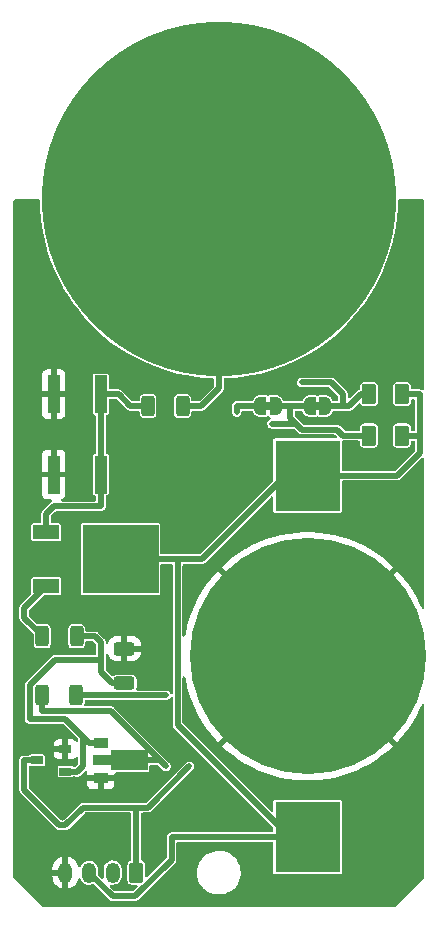
<source format=gbr>
G04 #@! TF.GenerationSoftware,KiCad,Pcbnew,7.0.0-da2b9df05c~163~ubuntu22.04.1*
G04 #@! TF.CreationDate,2023-02-22T18:49:52+09:00*
G04 #@! TF.ProjectId,staticdetector,73746174-6963-4646-9574-6563746f722e,rev?*
G04 #@! TF.SameCoordinates,Original*
G04 #@! TF.FileFunction,Copper,L1,Top*
G04 #@! TF.FilePolarity,Positive*
%FSLAX46Y46*%
G04 Gerber Fmt 4.6, Leading zero omitted, Abs format (unit mm)*
G04 Created by KiCad (PCBNEW 7.0.0-da2b9df05c~163~ubuntu22.04.1) date 2023-02-22 18:49:52*
%MOMM*%
%LPD*%
G01*
G04 APERTURE LIST*
G04 Aperture macros list*
%AMRoundRect*
0 Rectangle with rounded corners*
0 $1 Rounding radius*
0 $2 $3 $4 $5 $6 $7 $8 $9 X,Y pos of 4 corners*
0 Add a 4 corners polygon primitive as box body*
4,1,4,$2,$3,$4,$5,$6,$7,$8,$9,$2,$3,0*
0 Add four circle primitives for the rounded corners*
1,1,$1+$1,$2,$3*
1,1,$1+$1,$4,$5*
1,1,$1+$1,$6,$7*
1,1,$1+$1,$8,$9*
0 Add four rect primitives between the rounded corners*
20,1,$1+$1,$2,$3,$4,$5,0*
20,1,$1+$1,$4,$5,$6,$7,0*
20,1,$1+$1,$6,$7,$8,$9,0*
20,1,$1+$1,$8,$9,$2,$3,0*%
%AMFreePoly0*
4,1,9,3.862500,-0.866500,0.737500,-0.866500,0.737500,-0.450000,-0.737500,-0.450000,-0.737500,0.450000,0.737500,0.450000,0.737500,0.866500,3.862500,0.866500,3.862500,-0.866500,3.862500,-0.866500,$1*%
%AMFreePoly1*
4,1,19,0.000000,0.744911,0.071157,0.744911,0.207708,0.704816,0.327430,0.627875,0.420627,0.520320,0.479746,0.390866,0.500000,0.250000,0.500000,-0.250000,0.479746,-0.390866,0.420627,-0.520320,0.327430,-0.627875,0.207708,-0.704816,0.071157,-0.744911,0.000000,-0.744911,0.000000,-0.750000,-0.500000,-0.750000,-0.500000,0.750000,0.000000,0.750000,0.000000,0.744911,0.000000,0.744911,
$1*%
%AMFreePoly2*
4,1,19,0.500000,-0.750000,0.000000,-0.750000,0.000000,-0.744911,-0.071157,-0.744911,-0.207708,-0.704816,-0.327430,-0.627875,-0.420627,-0.520320,-0.479746,-0.390866,-0.500000,-0.250000,-0.500000,0.250000,-0.479746,0.390866,-0.420627,0.520320,-0.327430,0.627875,-0.207708,0.704816,-0.071157,0.744911,0.000000,0.744911,0.000000,0.750000,0.500000,0.750000,0.500000,-0.750000,0.500000,-0.750000,
$1*%
G04 Aperture macros list end*
G04 #@! TA.AperFunction,SMDPad,CuDef*
%ADD10RoundRect,0.250000X-0.375000X-0.625000X0.375000X-0.625000X0.375000X0.625000X-0.375000X0.625000X0*%
G04 #@! TD*
G04 #@! TA.AperFunction,SMDPad,CuDef*
%ADD11R,1.000000X0.700000*%
G04 #@! TD*
G04 #@! TA.AperFunction,SMDPad,CuDef*
%ADD12R,1.300000X0.900000*%
G04 #@! TD*
G04 #@! TA.AperFunction,SMDPad,CuDef*
%ADD13FreePoly0,0.000000*%
G04 #@! TD*
G04 #@! TA.AperFunction,SMDPad,CuDef*
%ADD14R,1.000000X3.200000*%
G04 #@! TD*
G04 #@! TA.AperFunction,SMDPad,CuDef*
%ADD15C,30.000000*%
G04 #@! TD*
G04 #@! TA.AperFunction,SMDPad,CuDef*
%ADD16FreePoly1,180.000000*%
G04 #@! TD*
G04 #@! TA.AperFunction,SMDPad,CuDef*
%ADD17FreePoly2,180.000000*%
G04 #@! TD*
G04 #@! TA.AperFunction,SMDPad,CuDef*
%ADD18R,2.200000X1.200000*%
G04 #@! TD*
G04 #@! TA.AperFunction,SMDPad,CuDef*
%ADD19R,6.400000X5.800000*%
G04 #@! TD*
G04 #@! TA.AperFunction,SMDPad,CuDef*
%ADD20FreePoly1,0.000000*%
G04 #@! TD*
G04 #@! TA.AperFunction,SMDPad,CuDef*
%ADD21FreePoly2,0.000000*%
G04 #@! TD*
G04 #@! TA.AperFunction,ComponentPad*
%ADD22O,1.200000X1.750000*%
G04 #@! TD*
G04 #@! TA.AperFunction,ComponentPad*
%ADD23RoundRect,0.250000X0.350000X0.625000X-0.350000X0.625000X-0.350000X-0.625000X0.350000X-0.625000X0*%
G04 #@! TD*
G04 #@! TA.AperFunction,SMDPad,CuDef*
%ADD24RoundRect,0.250000X0.625000X-0.312500X0.625000X0.312500X-0.625000X0.312500X-0.625000X-0.312500X0*%
G04 #@! TD*
G04 #@! TA.AperFunction,SMDPad,CuDef*
%ADD25RoundRect,0.250000X0.312500X0.625000X-0.312500X0.625000X-0.312500X-0.625000X0.312500X-0.625000X0*%
G04 #@! TD*
G04 #@! TA.AperFunction,SMDPad,CuDef*
%ADD26RoundRect,0.250000X-0.312500X-0.625000X0.312500X-0.625000X0.312500X0.625000X-0.312500X0.625000X0*%
G04 #@! TD*
G04 #@! TA.AperFunction,SMDPad,CuDef*
%ADD27C,20.000000*%
G04 #@! TD*
G04 #@! TA.AperFunction,SMDPad,CuDef*
%ADD28R,5.500000X6.000000*%
G04 #@! TD*
G04 #@! TA.AperFunction,ViaPad*
%ADD29C,0.500000*%
G04 #@! TD*
G04 #@! TA.AperFunction,ViaPad*
%ADD30C,6.000000*%
G04 #@! TD*
G04 #@! TA.AperFunction,Conductor*
%ADD31C,0.508000*%
G04 #@! TD*
G04 APERTURE END LIST*
G36*
X138600000Y-77800000D02*
G01*
X138100000Y-77800000D01*
X138100000Y-77200000D01*
X138600000Y-77200000D01*
X138600000Y-77800000D01*
G37*
G36*
X134400000Y-77800000D02*
G01*
X133900000Y-77800000D01*
X133900000Y-77200000D01*
X134400000Y-77200000D01*
X134400000Y-77800000D01*
G37*
D10*
X145500000Y-76500000D03*
X142700000Y-76500000D03*
D11*
X114599999Y-107499999D03*
X116999999Y-106549999D03*
X116999999Y-108449999D03*
D12*
X119999999Y-108999999D03*
D13*
X120087500Y-107500000D03*
D12*
X119999999Y-105999999D03*
D14*
X119999999Y-76499999D03*
X119999999Y-83299999D03*
X115999999Y-83299999D03*
X115999999Y-76499999D03*
D15*
X130000000Y-60000000D03*
D16*
X137700000Y-77500000D03*
D17*
X139000000Y-77500000D03*
D10*
X145500000Y-80000000D03*
X142700000Y-80000000D03*
D18*
X115374999Y-92754999D03*
D19*
X121674999Y-90474999D03*
D18*
X115374999Y-88194999D03*
D20*
X134800000Y-77500000D03*
D21*
X133500000Y-77500000D03*
D22*
X116999999Y-116999999D03*
X118999999Y-116999999D03*
X120999999Y-116999999D03*
D23*
X123000000Y-117000000D03*
D24*
X122000000Y-98037500D03*
X122000000Y-100962500D03*
D25*
X115037500Y-97000000D03*
X117962500Y-97000000D03*
X115000000Y-102000000D03*
X117925000Y-102000000D03*
D26*
X126925000Y-77500000D03*
X124000000Y-77500000D03*
D27*
X137500000Y-98700000D03*
D28*
X137499999Y-83399999D03*
X137499999Y-113999999D03*
D29*
X125500000Y-102000000D03*
X134500000Y-79000000D03*
X127500000Y-108000000D03*
X131500000Y-78000000D03*
X125500000Y-108000000D03*
X137000000Y-75500000D03*
D30*
X137500000Y-98500000D03*
D31*
X124000000Y-111500000D02*
X123000000Y-111500000D01*
X123000000Y-111500000D02*
X118500000Y-111500000D01*
X123000000Y-117000000D02*
X123000000Y-111500000D01*
X126000000Y-114000000D02*
X137500000Y-114000000D01*
X119000000Y-117000000D02*
X121000000Y-119000000D01*
X121000000Y-119000000D02*
X122899896Y-119000000D01*
X122899896Y-119000000D02*
X126000000Y-115899896D01*
X126000000Y-115899896D02*
X126000000Y-114000000D01*
X127500000Y-108000000D02*
X124000000Y-111500000D01*
X118500000Y-111500000D02*
X117000000Y-113000000D01*
X117925000Y-102000000D02*
X125500000Y-102000000D01*
X120087500Y-107500000D02*
X125000000Y-107500000D01*
X125000000Y-107500000D02*
X125500000Y-108000000D01*
X115000000Y-102000000D02*
X115000000Y-103342000D01*
X120842000Y-103342000D02*
X125500000Y-108000000D01*
X115000000Y-103342000D02*
X120842000Y-103342000D01*
X117000000Y-104000000D02*
X114000000Y-104000000D01*
X116137604Y-99000000D02*
X120000000Y-99000000D01*
X118500000Y-105500000D02*
X117000000Y-104000000D01*
X120000000Y-99000000D02*
X120000000Y-100000000D01*
X120000000Y-97500000D02*
X120000000Y-99000000D01*
X114000000Y-104000000D02*
X114000000Y-101137604D01*
X114000000Y-101137604D02*
X116137604Y-99000000D01*
X117950000Y-108450000D02*
X118000000Y-108500000D01*
X117000000Y-108450000D02*
X117950000Y-108450000D01*
X118000000Y-108500000D02*
X118500000Y-108000000D01*
X118500000Y-108000000D02*
X118500000Y-105500000D01*
X113500000Y-107500000D02*
X113500000Y-110000000D01*
X114600000Y-107500000D02*
X113500000Y-107500000D01*
X113500000Y-110000000D02*
X116500000Y-113000000D01*
X116500000Y-113000000D02*
X117000000Y-113000000D01*
X120000000Y-106000000D02*
X119000000Y-106000000D01*
X119000000Y-106000000D02*
X118500000Y-105500000D01*
X117962500Y-97000000D02*
X119500000Y-97000000D01*
X119500000Y-97000000D02*
X120000000Y-97500000D01*
X120000000Y-100000000D02*
X120962500Y-100962500D01*
X120962500Y-100962500D02*
X122000000Y-100962500D01*
X134500000Y-79000000D02*
X136500000Y-79000000D01*
X136500000Y-79000000D02*
X137000000Y-79500000D01*
X136000000Y-78500000D02*
X136500000Y-79000000D01*
X131500000Y-77500000D02*
X131500000Y-78000000D01*
X139500000Y-75500000D02*
X140500000Y-76500000D01*
X137000000Y-75500000D02*
X139500000Y-75500000D01*
X141000000Y-77500000D02*
X140500000Y-77500000D01*
X140500000Y-77500000D02*
X139000000Y-77500000D01*
X140500000Y-76500000D02*
X140500000Y-77500000D01*
X126500000Y-90475000D02*
X126500000Y-104500000D01*
X126500000Y-104500000D02*
X136000000Y-114000000D01*
X136000000Y-114000000D02*
X137500000Y-114000000D01*
X115375000Y-92755000D02*
X113500000Y-94630000D01*
X113500000Y-94630000D02*
X113500000Y-95425000D01*
X113500000Y-95425000D02*
X115075000Y-97000000D01*
X133500000Y-77500000D02*
X131500000Y-77500000D01*
X134800000Y-77500000D02*
X136000000Y-77500000D01*
X136000000Y-77500000D02*
X136000000Y-78500000D01*
X136000000Y-77500000D02*
X136500000Y-77500000D01*
X140000000Y-79500000D02*
X140500000Y-80000000D01*
X137000000Y-79500000D02*
X140000000Y-79500000D01*
X140500000Y-80000000D02*
X142700000Y-80000000D01*
X136500000Y-77500000D02*
X137700000Y-77500000D01*
X142000000Y-76500000D02*
X141000000Y-77500000D01*
X142700000Y-76500000D02*
X142000000Y-76500000D01*
X147000000Y-80000000D02*
X147000000Y-76500000D01*
X147000000Y-81500000D02*
X147000000Y-80000000D01*
X147000000Y-80000000D02*
X145500000Y-80000000D01*
X137500000Y-83400000D02*
X145100000Y-83400000D01*
X145100000Y-83400000D02*
X147000000Y-81500000D01*
X147000000Y-76500000D02*
X145500000Y-76500000D01*
X126500000Y-90475000D02*
X128525000Y-90475000D01*
X121675000Y-90475000D02*
X126500000Y-90475000D01*
X128525000Y-90475000D02*
X135600000Y-83400000D01*
X135600000Y-83400000D02*
X137500000Y-83400000D01*
X120000000Y-83300000D02*
X120000000Y-86000000D01*
X120000000Y-86000000D02*
X116000000Y-86000000D01*
X116000000Y-86000000D02*
X115375000Y-86625000D01*
X115375000Y-86625000D02*
X115375000Y-88195000D01*
X116000000Y-76500000D02*
X116000000Y-83300000D01*
X120000000Y-76500000D02*
X120000000Y-83300000D01*
X120000000Y-76500000D02*
X121500000Y-76500000D01*
X121500000Y-76500000D02*
X122500000Y-77500000D01*
X122500000Y-77500000D02*
X124000000Y-77500000D01*
X128500000Y-77500000D02*
X130000000Y-76000000D01*
X126925000Y-77500000D02*
X128500000Y-77500000D01*
X130000000Y-76000000D02*
X130000000Y-60000000D01*
G04 #@! TA.AperFunction,Conductor*
G36*
X114784704Y-60016085D02*
G01*
X114829935Y-60060166D01*
X114847586Y-60120805D01*
X114864570Y-60780188D01*
X114864690Y-60781750D01*
X114864692Y-60781771D01*
X114924677Y-61556705D01*
X114924801Y-61558306D01*
X114925001Y-61559856D01*
X114925005Y-61559888D01*
X115024806Y-62330725D01*
X115025009Y-62332292D01*
X115025286Y-62333815D01*
X115025292Y-62333850D01*
X115164645Y-63098542D01*
X115164928Y-63100094D01*
X115165282Y-63101598D01*
X115165289Y-63101627D01*
X115343826Y-63858148D01*
X115343832Y-63858171D01*
X115344187Y-63859675D01*
X115562311Y-64609020D01*
X115562825Y-64610499D01*
X115562829Y-64610510D01*
X115818191Y-65344624D01*
X115818198Y-65344644D01*
X115818720Y-65346143D01*
X116112736Y-66069089D01*
X116443579Y-66775941D01*
X116810370Y-67464825D01*
X116811182Y-67466177D01*
X116811196Y-67466202D01*
X117190200Y-68097379D01*
X117212138Y-68133913D01*
X117647818Y-68781431D01*
X118116253Y-69405663D01*
X118616201Y-70004952D01*
X119146338Y-70577710D01*
X119705256Y-71122418D01*
X120291474Y-71637631D01*
X120903437Y-72121984D01*
X121539523Y-72574191D01*
X122198045Y-72993053D01*
X122877256Y-73377461D01*
X123575355Y-73726393D01*
X124290491Y-74038926D01*
X125020768Y-74314230D01*
X125764248Y-74551575D01*
X126518962Y-74750333D01*
X127282906Y-74909974D01*
X128054056Y-75030078D01*
X128830365Y-75110324D01*
X129477883Y-75143701D01*
X129537150Y-75162341D01*
X129579936Y-75207390D01*
X129595500Y-75267537D01*
X129595500Y-75781089D01*
X129586061Y-75828542D01*
X129559181Y-75868770D01*
X128368769Y-77059181D01*
X128328541Y-77086061D01*
X128281088Y-77095500D01*
X127761999Y-77095500D01*
X127699999Y-77078887D01*
X127654612Y-77033500D01*
X127637999Y-76971500D01*
X127637999Y-76848353D01*
X127637999Y-76848352D01*
X127637999Y-76843482D01*
X127623146Y-76749696D01*
X127565550Y-76636658D01*
X127475842Y-76546950D01*
X127362804Y-76489354D01*
X127353167Y-76487827D01*
X127353162Y-76487826D01*
X127273839Y-76475263D01*
X127273833Y-76475262D01*
X127269019Y-76474500D01*
X127264140Y-76474500D01*
X126585852Y-76474500D01*
X126585839Y-76474500D01*
X126580982Y-76474501D01*
X126576180Y-76475261D01*
X126576173Y-76475262D01*
X126496831Y-76487828D01*
X126496830Y-76487828D01*
X126487196Y-76489354D01*
X126478510Y-76493779D01*
X126478503Y-76493782D01*
X126382853Y-76542519D01*
X126382849Y-76542521D01*
X126374158Y-76546950D01*
X126367259Y-76553848D01*
X126367256Y-76553851D01*
X126291351Y-76629756D01*
X126291348Y-76629759D01*
X126284450Y-76636658D01*
X126280021Y-76645349D01*
X126280019Y-76645353D01*
X126239902Y-76724088D01*
X126226854Y-76749696D01*
X126225327Y-76759330D01*
X126225326Y-76759337D01*
X126212763Y-76838660D01*
X126212762Y-76838667D01*
X126212000Y-76843481D01*
X126212000Y-76848353D01*
X126212000Y-76848359D01*
X126212000Y-78151647D01*
X126212000Y-78151659D01*
X126212001Y-78156518D01*
X126212761Y-78161320D01*
X126212762Y-78161326D01*
X126220234Y-78208504D01*
X126226854Y-78250304D01*
X126231280Y-78258991D01*
X126231282Y-78258996D01*
X126280019Y-78354646D01*
X126284450Y-78363342D01*
X126374158Y-78453050D01*
X126487196Y-78510646D01*
X126580981Y-78525500D01*
X127269018Y-78525499D01*
X127362804Y-78510646D01*
X127475842Y-78453050D01*
X127565550Y-78363342D01*
X127623146Y-78250304D01*
X127638000Y-78156519D01*
X127638000Y-78028500D01*
X127654613Y-77966500D01*
X127700000Y-77921113D01*
X127762000Y-77904500D01*
X128554309Y-77904500D01*
X128564066Y-77904500D01*
X128585447Y-77897552D01*
X128604353Y-77893014D01*
X128626555Y-77889498D01*
X128646576Y-77879296D01*
X128664558Y-77871848D01*
X128676645Y-77867921D01*
X128676644Y-77867921D01*
X128685929Y-77864905D01*
X128704113Y-77851692D01*
X128720696Y-77841529D01*
X128740723Y-77831326D01*
X128763511Y-77808537D01*
X128763515Y-77808535D01*
X130308534Y-76263515D01*
X130308536Y-76263511D01*
X130331326Y-76240723D01*
X130341532Y-76220692D01*
X130351694Y-76204109D01*
X130364904Y-76185929D01*
X130371848Y-76164556D01*
X130379291Y-76146586D01*
X130389498Y-76126555D01*
X130393013Y-76104356D01*
X130397558Y-76085426D01*
X130399683Y-76078887D01*
X130404499Y-76064066D01*
X130404499Y-76031840D01*
X130404500Y-76031834D01*
X130404500Y-75267537D01*
X130420064Y-75207390D01*
X130462850Y-75162341D01*
X130522116Y-75143701D01*
X131169635Y-75110324D01*
X131945944Y-75030078D01*
X132717094Y-74909974D01*
X133481038Y-74750333D01*
X134235752Y-74551575D01*
X134979232Y-74314230D01*
X135709509Y-74038926D01*
X136424645Y-73726393D01*
X137122744Y-73377461D01*
X137801955Y-72993053D01*
X138460477Y-72574191D01*
X139096563Y-72121984D01*
X139708526Y-71637631D01*
X140294744Y-71122418D01*
X140853662Y-70577710D01*
X141383799Y-70004952D01*
X141883747Y-69405663D01*
X142352182Y-68781431D01*
X142787862Y-68133913D01*
X143189630Y-67464825D01*
X143556421Y-66775941D01*
X143887264Y-66069089D01*
X144181280Y-65346143D01*
X144437689Y-64609020D01*
X144655813Y-63859675D01*
X144835072Y-63100094D01*
X144974991Y-62332292D01*
X145075199Y-61558306D01*
X145135430Y-60780188D01*
X145152413Y-60120805D01*
X145170065Y-60060166D01*
X145215296Y-60016085D01*
X145276372Y-60000000D01*
X147275500Y-60000000D01*
X147337500Y-60016613D01*
X147382887Y-60062000D01*
X147399500Y-60124000D01*
X147399500Y-76047225D01*
X147383689Y-76107814D01*
X147340290Y-76152953D01*
X147280368Y-76171129D01*
X147219205Y-76157710D01*
X147197342Y-76146570D01*
X147126555Y-76110502D01*
X147116916Y-76108975D01*
X147116912Y-76108974D01*
X147031834Y-76095500D01*
X147009641Y-76091985D01*
X147000000Y-76090458D01*
X146990359Y-76091985D01*
X146977807Y-76093973D01*
X146958409Y-76095500D01*
X146399499Y-76095500D01*
X146337499Y-76078887D01*
X146292112Y-76033500D01*
X146275499Y-75971500D01*
X146275499Y-75848353D01*
X146275499Y-75848352D01*
X146275499Y-75843482D01*
X146260646Y-75749696D01*
X146203050Y-75636658D01*
X146113342Y-75546950D01*
X146000304Y-75489354D01*
X145990667Y-75487827D01*
X145990662Y-75487826D01*
X145911339Y-75475263D01*
X145911333Y-75475262D01*
X145906519Y-75474500D01*
X145901640Y-75474500D01*
X145098352Y-75474500D01*
X145098339Y-75474500D01*
X145093482Y-75474501D01*
X145088680Y-75475261D01*
X145088673Y-75475262D01*
X145009331Y-75487828D01*
X145009330Y-75487828D01*
X144999696Y-75489354D01*
X144991010Y-75493779D01*
X144991003Y-75493782D01*
X144895353Y-75542519D01*
X144895349Y-75542521D01*
X144886658Y-75546950D01*
X144879759Y-75553848D01*
X144879756Y-75553851D01*
X144803851Y-75629756D01*
X144803848Y-75629759D01*
X144796950Y-75636658D01*
X144792521Y-75645349D01*
X144792519Y-75645353D01*
X144743926Y-75740723D01*
X144739354Y-75749696D01*
X144737827Y-75759330D01*
X144737826Y-75759337D01*
X144725263Y-75838660D01*
X144725262Y-75838667D01*
X144724500Y-75843481D01*
X144724500Y-75848353D01*
X144724500Y-75848359D01*
X144724500Y-77151647D01*
X144724500Y-77151659D01*
X144724501Y-77156518D01*
X144725261Y-77161320D01*
X144725262Y-77161326D01*
X144725724Y-77164243D01*
X144739354Y-77250304D01*
X144743780Y-77258991D01*
X144743782Y-77258996D01*
X144777139Y-77324461D01*
X144796950Y-77363342D01*
X144886658Y-77453050D01*
X144999696Y-77510646D01*
X145093481Y-77525500D01*
X145906518Y-77525499D01*
X146000304Y-77510646D01*
X146113342Y-77453050D01*
X146203050Y-77363342D01*
X146260646Y-77250304D01*
X146275500Y-77156519D01*
X146275500Y-77028500D01*
X146292113Y-76966500D01*
X146337500Y-76921113D01*
X146399500Y-76904500D01*
X146471500Y-76904500D01*
X146533500Y-76921113D01*
X146578887Y-76966500D01*
X146595500Y-77028500D01*
X146595500Y-79471500D01*
X146578887Y-79533500D01*
X146533500Y-79578887D01*
X146471500Y-79595500D01*
X146399499Y-79595500D01*
X146337499Y-79578887D01*
X146292112Y-79533500D01*
X146275499Y-79471500D01*
X146275499Y-79348353D01*
X146275499Y-79348352D01*
X146275499Y-79343482D01*
X146260646Y-79249696D01*
X146203050Y-79136658D01*
X146113342Y-79046950D01*
X146000304Y-78989354D01*
X145990667Y-78987827D01*
X145990662Y-78987826D01*
X145911339Y-78975263D01*
X145911333Y-78975262D01*
X145906519Y-78974500D01*
X145901640Y-78974500D01*
X145098352Y-78974500D01*
X145098339Y-78974500D01*
X145093482Y-78974501D01*
X145088680Y-78975261D01*
X145088673Y-78975262D01*
X145009331Y-78987828D01*
X145009330Y-78987828D01*
X144999696Y-78989354D01*
X144991010Y-78993779D01*
X144991003Y-78993782D01*
X144895353Y-79042519D01*
X144895349Y-79042521D01*
X144886658Y-79046950D01*
X144879759Y-79053848D01*
X144879756Y-79053851D01*
X144803851Y-79129756D01*
X144803848Y-79129759D01*
X144796950Y-79136658D01*
X144792521Y-79145349D01*
X144792519Y-79145353D01*
X144743926Y-79240723D01*
X144739354Y-79249696D01*
X144737827Y-79259330D01*
X144737826Y-79259337D01*
X144725263Y-79338660D01*
X144725262Y-79338667D01*
X144724500Y-79343481D01*
X144724500Y-79348353D01*
X144724500Y-79348359D01*
X144724500Y-80651647D01*
X144724500Y-80651659D01*
X144724501Y-80656518D01*
X144725261Y-80661320D01*
X144725262Y-80661326D01*
X144736243Y-80730662D01*
X144739354Y-80750304D01*
X144743780Y-80758991D01*
X144743782Y-80758996D01*
X144792519Y-80854646D01*
X144796950Y-80863342D01*
X144886658Y-80953050D01*
X144999696Y-81010646D01*
X145093481Y-81025500D01*
X145906518Y-81025499D01*
X146000304Y-81010646D01*
X146113342Y-80953050D01*
X146203050Y-80863342D01*
X146260646Y-80750304D01*
X146275500Y-80656519D01*
X146275500Y-80528500D01*
X146292113Y-80466500D01*
X146337500Y-80421113D01*
X146399500Y-80404500D01*
X146471500Y-80404500D01*
X146533500Y-80421113D01*
X146578887Y-80466500D01*
X146595500Y-80528500D01*
X146595500Y-81281089D01*
X146586061Y-81328542D01*
X146559181Y-81368770D01*
X144968769Y-82959181D01*
X144928541Y-82986061D01*
X144881088Y-82995500D01*
X140524500Y-82995500D01*
X140462500Y-82978887D01*
X140417113Y-82933500D01*
X140400500Y-82871500D01*
X140400500Y-80528500D01*
X140417113Y-80466500D01*
X140462500Y-80421113D01*
X140524500Y-80404500D01*
X140564066Y-80404500D01*
X141800501Y-80404500D01*
X141862501Y-80421113D01*
X141907888Y-80466500D01*
X141924501Y-80528500D01*
X141924501Y-80656518D01*
X141925261Y-80661320D01*
X141925262Y-80661326D01*
X141936243Y-80730662D01*
X141939354Y-80750304D01*
X141943780Y-80758991D01*
X141943782Y-80758996D01*
X141992519Y-80854646D01*
X141996950Y-80863342D01*
X142086658Y-80953050D01*
X142199696Y-81010646D01*
X142293481Y-81025500D01*
X143106518Y-81025499D01*
X143200304Y-81010646D01*
X143313342Y-80953050D01*
X143403050Y-80863342D01*
X143460646Y-80750304D01*
X143475500Y-80656519D01*
X143475499Y-79343482D01*
X143460646Y-79249696D01*
X143403050Y-79136658D01*
X143313342Y-79046950D01*
X143200304Y-78989354D01*
X143190667Y-78987827D01*
X143190662Y-78987826D01*
X143111339Y-78975263D01*
X143111333Y-78975262D01*
X143106519Y-78974500D01*
X143101640Y-78974500D01*
X142298352Y-78974500D01*
X142298339Y-78974500D01*
X142293482Y-78974501D01*
X142288680Y-78975261D01*
X142288673Y-78975262D01*
X142209331Y-78987828D01*
X142209330Y-78987828D01*
X142199696Y-78989354D01*
X142191010Y-78993779D01*
X142191003Y-78993782D01*
X142095353Y-79042519D01*
X142095349Y-79042521D01*
X142086658Y-79046950D01*
X142079759Y-79053848D01*
X142079756Y-79053851D01*
X142003851Y-79129756D01*
X142003848Y-79129759D01*
X141996950Y-79136658D01*
X141992521Y-79145349D01*
X141992519Y-79145353D01*
X141943926Y-79240723D01*
X141939354Y-79249696D01*
X141937827Y-79259330D01*
X141937826Y-79259337D01*
X141925263Y-79338660D01*
X141925262Y-79338667D01*
X141924500Y-79343481D01*
X141924500Y-79348353D01*
X141924500Y-79348359D01*
X141924500Y-79471500D01*
X141907887Y-79533500D01*
X141862500Y-79578887D01*
X141800500Y-79595500D01*
X140718912Y-79595500D01*
X140671459Y-79586061D01*
X140631231Y-79559181D01*
X140263522Y-79191472D01*
X140263515Y-79191465D01*
X140263511Y-79191462D01*
X140240723Y-79168674D01*
X140232025Y-79164242D01*
X140220703Y-79158473D01*
X140204109Y-79148304D01*
X140193824Y-79140831D01*
X140193823Y-79140830D01*
X140185929Y-79135095D01*
X140164555Y-79128150D01*
X140146575Y-79120703D01*
X140135250Y-79114932D01*
X140135247Y-79114931D01*
X140126555Y-79110502D01*
X140116922Y-79108976D01*
X140116913Y-79108973D01*
X140104348Y-79106983D01*
X140085442Y-79102444D01*
X140073352Y-79098516D01*
X140073346Y-79098515D01*
X140064066Y-79095500D01*
X140054304Y-79095500D01*
X137218912Y-79095500D01*
X137171459Y-79086061D01*
X137131231Y-79059181D01*
X136440819Y-78368769D01*
X136413939Y-78328541D01*
X136404500Y-78281088D01*
X136404500Y-78028500D01*
X136421113Y-77966500D01*
X136466500Y-77921113D01*
X136528500Y-77904500D01*
X136531834Y-77904500D01*
X136972503Y-77904500D01*
X137018589Y-77913382D01*
X137058073Y-77938757D01*
X137085297Y-77976989D01*
X137133625Y-78082814D01*
X137133631Y-78082826D01*
X137135467Y-78086845D01*
X137137857Y-78090565D01*
X137137861Y-78090571D01*
X137149528Y-78108725D01*
X137159079Y-78123586D01*
X137179142Y-78146740D01*
X137250326Y-78228893D01*
X137250331Y-78228898D01*
X137253233Y-78232247D01*
X137256581Y-78235148D01*
X137256583Y-78235150D01*
X137273431Y-78249749D01*
X137286242Y-78260850D01*
X137289956Y-78263237D01*
X137289959Y-78263239D01*
X137403469Y-78336187D01*
X137407196Y-78338582D01*
X137446925Y-78356725D01*
X137584880Y-78397232D01*
X137628111Y-78403448D01*
X138193905Y-78403448D01*
X138200000Y-78403448D01*
X138258722Y-78391767D01*
X138281110Y-78376807D01*
X138325808Y-78358292D01*
X138374192Y-78358292D01*
X138418889Y-78376807D01*
X138441278Y-78391767D01*
X138500000Y-78403448D01*
X139067463Y-78403448D01*
X139071889Y-78403448D01*
X139115120Y-78397232D01*
X139253075Y-78356725D01*
X139292804Y-78338582D01*
X139413758Y-78260850D01*
X139446767Y-78232247D01*
X139540921Y-78123586D01*
X139564533Y-78086845D01*
X139591179Y-78028500D01*
X139614703Y-77976989D01*
X139641927Y-77938757D01*
X139681411Y-77913382D01*
X139727497Y-77904500D01*
X140458409Y-77904500D01*
X140477807Y-77906027D01*
X140500000Y-77909542D01*
X140509641Y-77908015D01*
X140522193Y-77906027D01*
X140541591Y-77904500D01*
X141054309Y-77904500D01*
X141064066Y-77904500D01*
X141085447Y-77897552D01*
X141104353Y-77893014D01*
X141126555Y-77889498D01*
X141146576Y-77879296D01*
X141164558Y-77871848D01*
X141176645Y-77867921D01*
X141176644Y-77867921D01*
X141185929Y-77864905D01*
X141204113Y-77851692D01*
X141220696Y-77841529D01*
X141240723Y-77831326D01*
X141263511Y-77808537D01*
X141263515Y-77808535D01*
X141778974Y-77293074D01*
X141828336Y-77262825D01*
X141886052Y-77258283D01*
X141939539Y-77280438D01*
X141977139Y-77324461D01*
X141996950Y-77363342D01*
X142086658Y-77453050D01*
X142199696Y-77510646D01*
X142293481Y-77525500D01*
X143106518Y-77525499D01*
X143200304Y-77510646D01*
X143313342Y-77453050D01*
X143403050Y-77363342D01*
X143460646Y-77250304D01*
X143475500Y-77156519D01*
X143475499Y-75843482D01*
X143460646Y-75749696D01*
X143403050Y-75636658D01*
X143313342Y-75546950D01*
X143200304Y-75489354D01*
X143190667Y-75487827D01*
X143190662Y-75487826D01*
X143111339Y-75475263D01*
X143111333Y-75475262D01*
X143106519Y-75474500D01*
X143101640Y-75474500D01*
X142298352Y-75474500D01*
X142298339Y-75474500D01*
X142293482Y-75474501D01*
X142288680Y-75475261D01*
X142288673Y-75475262D01*
X142209331Y-75487828D01*
X142209330Y-75487828D01*
X142199696Y-75489354D01*
X142191010Y-75493779D01*
X142191003Y-75493782D01*
X142095353Y-75542519D01*
X142095349Y-75542521D01*
X142086658Y-75546950D01*
X142079759Y-75553848D01*
X142079756Y-75553851D01*
X142003851Y-75629756D01*
X142003848Y-75629759D01*
X141996950Y-75636658D01*
X141992521Y-75645349D01*
X141992519Y-75645353D01*
X141943926Y-75740723D01*
X141939354Y-75749696D01*
X141937827Y-75759330D01*
X141937826Y-75759337D01*
X141925263Y-75838660D01*
X141925262Y-75838667D01*
X141924500Y-75843481D01*
X141924500Y-75848353D01*
X141924500Y-75848359D01*
X141924500Y-76008501D01*
X141906215Y-76073311D01*
X141856752Y-76119007D01*
X141853379Y-76120724D01*
X141835453Y-76128147D01*
X141823349Y-76132080D01*
X141823346Y-76132081D01*
X141814072Y-76135095D01*
X141806180Y-76140828D01*
X141806177Y-76140830D01*
X141795881Y-76148310D01*
X141779301Y-76158470D01*
X141767974Y-76164241D01*
X141767967Y-76164245D01*
X141759277Y-76168674D01*
X141752380Y-76175570D01*
X141752374Y-76175575D01*
X141736488Y-76191461D01*
X141736488Y-76191462D01*
X141736485Y-76191465D01*
X141736486Y-76191465D01*
X141116181Y-76811769D01*
X141066818Y-76842019D01*
X141009102Y-76846561D01*
X140955615Y-76824406D01*
X140918015Y-76780383D01*
X140904500Y-76724088D01*
X140904500Y-76445691D01*
X140904500Y-76435934D01*
X140897551Y-76414548D01*
X140893014Y-76395646D01*
X140889498Y-76373445D01*
X140879294Y-76353419D01*
X140871847Y-76335439D01*
X140867920Y-76323351D01*
X140867919Y-76323350D01*
X140864905Y-76314072D01*
X140859167Y-76306174D01*
X140851695Y-76295889D01*
X140841527Y-76279297D01*
X140835757Y-76267974D01*
X140831326Y-76259277D01*
X140740723Y-76168674D01*
X139763515Y-75191465D01*
X139763511Y-75191462D01*
X139740723Y-75168674D01*
X139728294Y-75162341D01*
X139720703Y-75158473D01*
X139704109Y-75148304D01*
X139693824Y-75140831D01*
X139693823Y-75140830D01*
X139685929Y-75135095D01*
X139664555Y-75128150D01*
X139646575Y-75120703D01*
X139635250Y-75114932D01*
X139635247Y-75114931D01*
X139626555Y-75110502D01*
X139616922Y-75108976D01*
X139616913Y-75108973D01*
X139604348Y-75106983D01*
X139585442Y-75102444D01*
X139573352Y-75098516D01*
X139573346Y-75098515D01*
X139564066Y-75095500D01*
X139554304Y-75095500D01*
X137008260Y-75095500D01*
X137006263Y-75095500D01*
X137000000Y-75094508D01*
X136993737Y-75095500D01*
X136968166Y-75095500D01*
X136963353Y-75096262D01*
X136963343Y-75096263D01*
X136883087Y-75108974D01*
X136883081Y-75108975D01*
X136873445Y-75110502D01*
X136864750Y-75114932D01*
X136864748Y-75114933D01*
X136767972Y-75164243D01*
X136767969Y-75164245D01*
X136759277Y-75168674D01*
X136752378Y-75175572D01*
X136752375Y-75175575D01*
X136675575Y-75252375D01*
X136675572Y-75252378D01*
X136668674Y-75259277D01*
X136664245Y-75267969D01*
X136664243Y-75267972D01*
X136614932Y-75364748D01*
X136614929Y-75364755D01*
X136610502Y-75373445D01*
X136608976Y-75383079D01*
X136608974Y-75383086D01*
X136594376Y-75475262D01*
X136590458Y-75500000D01*
X136591985Y-75509641D01*
X136608974Y-75616913D01*
X136608975Y-75616918D01*
X136610502Y-75626555D01*
X136614930Y-75635246D01*
X136614932Y-75635251D01*
X136664243Y-75732027D01*
X136668674Y-75740723D01*
X136759277Y-75831326D01*
X136873445Y-75889498D01*
X136968166Y-75904500D01*
X136993737Y-75904500D01*
X137000000Y-75905492D01*
X137006263Y-75904500D01*
X139281088Y-75904500D01*
X139328541Y-75913939D01*
X139368769Y-75940819D01*
X140059181Y-76631230D01*
X140086061Y-76671458D01*
X140095500Y-76718911D01*
X140095500Y-76971500D01*
X140078887Y-77033500D01*
X140033500Y-77078887D01*
X139971500Y-77095500D01*
X139727497Y-77095500D01*
X139681411Y-77086618D01*
X139641927Y-77061243D01*
X139614703Y-77023011D01*
X139566374Y-76917185D01*
X139566370Y-76917178D01*
X139564533Y-76913155D01*
X139540921Y-76876414D01*
X139505288Y-76835291D01*
X139449673Y-76771106D01*
X139449668Y-76771101D01*
X139446767Y-76767753D01*
X139426279Y-76750000D01*
X139417098Y-76742044D01*
X139417096Y-76742042D01*
X139413758Y-76739150D01*
X139410045Y-76736764D01*
X139410040Y-76736760D01*
X139296530Y-76663812D01*
X139296524Y-76663808D01*
X139292804Y-76661418D01*
X139288773Y-76659577D01*
X139257103Y-76645114D01*
X139257097Y-76645111D01*
X139253075Y-76643275D01*
X139247016Y-76641496D01*
X139119374Y-76604017D01*
X139119372Y-76604016D01*
X139115120Y-76602768D01*
X139110735Y-76602137D01*
X139110733Y-76602137D01*
X139076268Y-76597181D01*
X139076259Y-76597180D01*
X139071889Y-76596552D01*
X138500000Y-76596552D01*
X138494025Y-76597740D01*
X138494020Y-76597741D01*
X138453259Y-76605849D01*
X138453255Y-76605850D01*
X138441278Y-76608233D01*
X138418886Y-76623194D01*
X138374191Y-76641707D01*
X138325809Y-76641707D01*
X138281113Y-76623194D01*
X138258722Y-76608233D01*
X138246742Y-76605850D01*
X138246740Y-76605849D01*
X138205979Y-76597741D01*
X138205975Y-76597740D01*
X138200000Y-76596552D01*
X137628111Y-76596552D01*
X137623741Y-76597180D01*
X137623731Y-76597181D01*
X137589266Y-76602137D01*
X137589261Y-76602138D01*
X137584880Y-76602768D01*
X137580629Y-76604015D01*
X137580625Y-76604017D01*
X137451174Y-76642027D01*
X137451169Y-76642028D01*
X137446925Y-76643275D01*
X137442906Y-76645109D01*
X137442896Y-76645114D01*
X137411226Y-76659577D01*
X137411219Y-76659580D01*
X137407196Y-76661418D01*
X137403481Y-76663805D01*
X137403469Y-76663812D01*
X137289959Y-76736760D01*
X137289947Y-76736768D01*
X137286242Y-76739150D01*
X137282909Y-76742037D01*
X137282901Y-76742044D01*
X137256583Y-76764849D01*
X137256574Y-76764857D01*
X137253233Y-76767753D01*
X137250338Y-76771093D01*
X137250326Y-76771106D01*
X137161982Y-76873063D01*
X137161978Y-76873068D01*
X137159079Y-76876414D01*
X137156687Y-76880135D01*
X137156681Y-76880144D01*
X137137861Y-76909428D01*
X137137854Y-76909440D01*
X137135467Y-76913155D01*
X137133634Y-76917167D01*
X137133625Y-76917185D01*
X137085297Y-77023011D01*
X137058073Y-77061243D01*
X137018589Y-77086618D01*
X136972503Y-77095500D01*
X136531834Y-77095500D01*
X136041591Y-77095500D01*
X136022193Y-77093973D01*
X136009641Y-77091985D01*
X136000000Y-77090458D01*
X135990359Y-77091985D01*
X135977807Y-77093973D01*
X135958409Y-77095500D01*
X135527497Y-77095500D01*
X135481411Y-77086618D01*
X135441927Y-77061243D01*
X135414703Y-77023011D01*
X135366374Y-76917185D01*
X135366370Y-76917178D01*
X135364533Y-76913155D01*
X135340921Y-76876414D01*
X135305288Y-76835291D01*
X135249673Y-76771106D01*
X135249668Y-76771101D01*
X135246767Y-76767753D01*
X135226279Y-76750000D01*
X135217098Y-76742044D01*
X135217096Y-76742042D01*
X135213758Y-76739150D01*
X135210045Y-76736764D01*
X135210040Y-76736760D01*
X135096530Y-76663812D01*
X135096524Y-76663808D01*
X135092804Y-76661418D01*
X135088773Y-76659577D01*
X135057103Y-76645114D01*
X135057097Y-76645111D01*
X135053075Y-76643275D01*
X135047016Y-76641496D01*
X134919374Y-76604017D01*
X134919372Y-76604016D01*
X134915120Y-76602768D01*
X134910735Y-76602137D01*
X134910733Y-76602137D01*
X134876268Y-76597181D01*
X134876259Y-76597180D01*
X134871889Y-76596552D01*
X134300000Y-76596552D01*
X134294025Y-76597740D01*
X134294020Y-76597741D01*
X134253259Y-76605849D01*
X134253255Y-76605850D01*
X134241278Y-76608233D01*
X134218886Y-76623194D01*
X134174191Y-76641707D01*
X134125809Y-76641707D01*
X134081113Y-76623194D01*
X134058722Y-76608233D01*
X134046742Y-76605850D01*
X134046740Y-76605849D01*
X134005979Y-76597741D01*
X134005975Y-76597740D01*
X134000000Y-76596552D01*
X133428111Y-76596552D01*
X133423741Y-76597180D01*
X133423731Y-76597181D01*
X133389266Y-76602137D01*
X133389261Y-76602138D01*
X133384880Y-76602768D01*
X133380629Y-76604015D01*
X133380625Y-76604017D01*
X133251174Y-76642027D01*
X133251169Y-76642028D01*
X133246925Y-76643275D01*
X133242906Y-76645109D01*
X133242896Y-76645114D01*
X133211226Y-76659577D01*
X133211219Y-76659580D01*
X133207196Y-76661418D01*
X133203481Y-76663805D01*
X133203469Y-76663812D01*
X133089959Y-76736760D01*
X133089947Y-76736768D01*
X133086242Y-76739150D01*
X133082909Y-76742037D01*
X133082901Y-76742044D01*
X133056583Y-76764849D01*
X133056574Y-76764857D01*
X133053233Y-76767753D01*
X133050338Y-76771093D01*
X133050326Y-76771106D01*
X132961982Y-76873063D01*
X132961978Y-76873068D01*
X132959079Y-76876414D01*
X132956687Y-76880135D01*
X132956681Y-76880144D01*
X132937861Y-76909428D01*
X132937854Y-76909440D01*
X132935467Y-76913155D01*
X132933634Y-76917167D01*
X132933625Y-76917185D01*
X132885297Y-77023011D01*
X132858073Y-77061243D01*
X132818589Y-77086618D01*
X132772503Y-77095500D01*
X131541591Y-77095500D01*
X131522193Y-77093973D01*
X131509641Y-77091985D01*
X131500000Y-77090458D01*
X131490359Y-77091985D01*
X131468166Y-77095500D01*
X131383087Y-77108974D01*
X131383081Y-77108975D01*
X131373445Y-77110502D01*
X131364750Y-77114932D01*
X131364748Y-77114933D01*
X131267972Y-77164243D01*
X131267969Y-77164245D01*
X131259277Y-77168674D01*
X131252378Y-77175572D01*
X131252375Y-77175575D01*
X131175575Y-77252375D01*
X131175572Y-77252378D01*
X131168674Y-77259277D01*
X131164245Y-77267969D01*
X131164243Y-77267972D01*
X131114932Y-77364748D01*
X131114929Y-77364755D01*
X131110502Y-77373445D01*
X131108976Y-77383079D01*
X131108974Y-77383086D01*
X131098987Y-77446148D01*
X131090458Y-77500000D01*
X131091985Y-77509641D01*
X131093973Y-77522193D01*
X131095500Y-77541591D01*
X131095500Y-77993737D01*
X131094508Y-78000000D01*
X131095500Y-78006263D01*
X131095500Y-78031834D01*
X131096262Y-78036647D01*
X131096263Y-78036656D01*
X131108974Y-78116912D01*
X131108975Y-78116916D01*
X131110502Y-78126555D01*
X131168674Y-78240723D01*
X131259277Y-78331326D01*
X131273518Y-78338582D01*
X131364748Y-78385067D01*
X131364750Y-78385067D01*
X131373445Y-78389498D01*
X131500000Y-78409542D01*
X131626555Y-78389498D01*
X131740723Y-78331326D01*
X131831326Y-78240723D01*
X131889498Y-78126555D01*
X131904500Y-78031834D01*
X131904500Y-78026953D01*
X131904882Y-78022102D01*
X131906186Y-78022204D01*
X131921113Y-77966500D01*
X131966500Y-77921113D01*
X132028500Y-77904500D01*
X132772503Y-77904500D01*
X132818589Y-77913382D01*
X132858073Y-77938757D01*
X132885297Y-77976989D01*
X132933625Y-78082814D01*
X132933631Y-78082826D01*
X132935467Y-78086845D01*
X132937857Y-78090565D01*
X132937861Y-78090571D01*
X132949528Y-78108725D01*
X132959079Y-78123586D01*
X132979142Y-78146740D01*
X133050326Y-78228893D01*
X133050331Y-78228898D01*
X133053233Y-78232247D01*
X133056581Y-78235148D01*
X133056583Y-78235150D01*
X133073431Y-78249749D01*
X133086242Y-78260850D01*
X133089956Y-78263237D01*
X133089959Y-78263239D01*
X133203469Y-78336187D01*
X133207196Y-78338582D01*
X133246925Y-78356725D01*
X133384880Y-78397232D01*
X133428111Y-78403448D01*
X133993905Y-78403448D01*
X134000000Y-78403448D01*
X134058722Y-78391767D01*
X134081111Y-78376806D01*
X134125804Y-78358292D01*
X134174189Y-78358291D01*
X134218886Y-78376805D01*
X134241278Y-78391767D01*
X134294376Y-78402329D01*
X134349225Y-78428402D01*
X134385115Y-78477394D01*
X134393436Y-78537552D01*
X134372193Y-78594446D01*
X134326482Y-78634430D01*
X134267972Y-78664243D01*
X134267969Y-78664245D01*
X134259277Y-78668674D01*
X134252378Y-78675572D01*
X134252375Y-78675575D01*
X134175575Y-78752375D01*
X134175572Y-78752378D01*
X134168674Y-78759277D01*
X134164245Y-78767969D01*
X134164243Y-78767972D01*
X134114932Y-78864748D01*
X134114929Y-78864755D01*
X134110502Y-78873445D01*
X134108976Y-78883079D01*
X134108974Y-78883086D01*
X134094376Y-78975262D01*
X134090458Y-79000000D01*
X134091985Y-79009641D01*
X134108974Y-79116913D01*
X134108975Y-79116918D01*
X134110502Y-79126555D01*
X134114930Y-79135246D01*
X134114932Y-79135251D01*
X134143579Y-79191472D01*
X134168674Y-79240723D01*
X134259277Y-79331326D01*
X134373445Y-79389498D01*
X134468166Y-79404500D01*
X134493737Y-79404500D01*
X134500000Y-79405492D01*
X134506263Y-79404500D01*
X136281088Y-79404500D01*
X136328541Y-79413939D01*
X136368769Y-79440819D01*
X136736485Y-79808535D01*
X136736488Y-79808537D01*
X136759277Y-79831326D01*
X136779293Y-79841524D01*
X136795882Y-79851690D01*
X136814071Y-79864905D01*
X136835442Y-79871848D01*
X136853423Y-79879296D01*
X136864745Y-79885065D01*
X136873445Y-79889498D01*
X136895650Y-79893014D01*
X136914548Y-79897551D01*
X136935934Y-79904500D01*
X136968166Y-79904500D01*
X137064066Y-79904500D01*
X139781088Y-79904500D01*
X139828541Y-79913939D01*
X139868769Y-79940819D01*
X139965769Y-80037819D01*
X139996019Y-80087182D01*
X140000561Y-80144898D01*
X139978406Y-80198385D01*
X139934383Y-80235985D01*
X139878088Y-80249500D01*
X134735180Y-80249500D01*
X134729205Y-80250688D01*
X134729200Y-80250689D01*
X134703259Y-80255849D01*
X134703255Y-80255850D01*
X134691278Y-80258233D01*
X134681122Y-80265018D01*
X134681119Y-80265020D01*
X134651651Y-80284710D01*
X134651648Y-80284712D01*
X134641496Y-80291496D01*
X134634712Y-80301648D01*
X134634710Y-80301651D01*
X134615020Y-80331119D01*
X134615018Y-80331122D01*
X134608233Y-80341278D01*
X134605850Y-80353255D01*
X134605849Y-80353259D01*
X134600689Y-80379200D01*
X134600688Y-80379205D01*
X134599500Y-80385180D01*
X134599500Y-80391275D01*
X134599500Y-83777088D01*
X134590061Y-83824541D01*
X134563181Y-83864769D01*
X128393769Y-90034181D01*
X128353541Y-90061061D01*
X128306088Y-90070500D01*
X126541591Y-90070500D01*
X126522193Y-90068973D01*
X126509641Y-90066985D01*
X126500000Y-90065458D01*
X126490359Y-90066985D01*
X126477807Y-90068973D01*
X126458409Y-90070500D01*
X125149500Y-90070500D01*
X125087500Y-90053887D01*
X125042113Y-90008500D01*
X125025500Y-89946500D01*
X125025500Y-87566275D01*
X125025500Y-87560180D01*
X125016767Y-87516278D01*
X124983504Y-87466496D01*
X124973348Y-87459710D01*
X124943880Y-87440020D01*
X124943878Y-87440019D01*
X124933722Y-87433233D01*
X124921742Y-87430850D01*
X124921740Y-87430849D01*
X124895799Y-87425689D01*
X124895795Y-87425688D01*
X124889820Y-87424500D01*
X118460180Y-87424500D01*
X118454205Y-87425688D01*
X118454200Y-87425689D01*
X118428259Y-87430849D01*
X118428255Y-87430850D01*
X118416278Y-87433233D01*
X118406122Y-87440018D01*
X118406119Y-87440020D01*
X118376651Y-87459710D01*
X118376648Y-87459712D01*
X118366496Y-87466496D01*
X118359712Y-87476648D01*
X118359710Y-87476651D01*
X118340020Y-87506119D01*
X118340018Y-87506122D01*
X118333233Y-87516278D01*
X118330850Y-87528255D01*
X118330849Y-87528259D01*
X118325689Y-87554200D01*
X118325688Y-87554205D01*
X118324500Y-87560180D01*
X118324500Y-93389820D01*
X118325688Y-93395795D01*
X118325689Y-93395799D01*
X118330849Y-93421740D01*
X118330850Y-93421742D01*
X118333233Y-93433722D01*
X118340019Y-93443878D01*
X118340020Y-93443880D01*
X118356583Y-93468668D01*
X118366496Y-93483504D01*
X118416278Y-93516767D01*
X118460180Y-93525500D01*
X124883725Y-93525500D01*
X124889820Y-93525500D01*
X124933722Y-93516767D01*
X124983504Y-93483504D01*
X125016767Y-93433722D01*
X125025500Y-93389820D01*
X125025500Y-91003500D01*
X125042113Y-90941500D01*
X125087500Y-90896113D01*
X125149500Y-90879500D01*
X125971500Y-90879500D01*
X126033500Y-90896113D01*
X126078887Y-90941500D01*
X126095500Y-91003500D01*
X126095500Y-101761249D01*
X126078232Y-101824370D01*
X126031238Y-101869911D01*
X125967606Y-101885188D01*
X125905058Y-101865946D01*
X125861016Y-101817545D01*
X125835758Y-101767974D01*
X125835755Y-101767971D01*
X125831326Y-101759277D01*
X125740723Y-101668674D01*
X125626555Y-101610502D01*
X125616916Y-101608975D01*
X125616912Y-101608974D01*
X125536656Y-101596263D01*
X125536647Y-101596262D01*
X125531834Y-101595500D01*
X125526954Y-101595500D01*
X125508260Y-101595500D01*
X125506263Y-101595500D01*
X125500000Y-101594508D01*
X125493737Y-101595500D01*
X123113539Y-101595500D01*
X123052951Y-101579690D01*
X123007812Y-101536291D01*
X122989635Y-101476370D01*
X123003053Y-101415208D01*
X123006213Y-101409004D01*
X123006212Y-101409004D01*
X123010646Y-101400304D01*
X123025500Y-101306519D01*
X123025499Y-100618482D01*
X123010646Y-100524696D01*
X122953050Y-100411658D01*
X122863342Y-100321950D01*
X122750304Y-100264354D01*
X122740667Y-100262827D01*
X122740662Y-100262826D01*
X122661339Y-100250263D01*
X122661333Y-100250262D01*
X122656519Y-100249500D01*
X122651640Y-100249500D01*
X121348352Y-100249500D01*
X121348339Y-100249500D01*
X121343482Y-100249501D01*
X121338680Y-100250261D01*
X121338673Y-100250262D01*
X121259331Y-100262828D01*
X121259330Y-100262828D01*
X121249696Y-100264354D01*
X121241010Y-100268779D01*
X121241003Y-100268782D01*
X121145353Y-100317519D01*
X121145349Y-100317521D01*
X121136658Y-100321950D01*
X121129759Y-100328848D01*
X121129759Y-100328849D01*
X121103008Y-100355600D01*
X121047420Y-100387692D01*
X120983234Y-100387692D01*
X120927647Y-100355598D01*
X120707299Y-100135250D01*
X120440819Y-99868769D01*
X120413939Y-99828541D01*
X120404500Y-99781088D01*
X120404500Y-99041591D01*
X120406027Y-99022193D01*
X120408015Y-99009641D01*
X120409542Y-99000000D01*
X120406027Y-98977807D01*
X120404500Y-98958409D01*
X120404500Y-98574027D01*
X120423726Y-98507706D01*
X120475442Y-98461952D01*
X120543612Y-98450951D01*
X120607095Y-98478116D01*
X120646206Y-98535023D01*
X120688370Y-98662267D01*
X120694432Y-98675266D01*
X120778890Y-98812194D01*
X120787794Y-98823455D01*
X120901544Y-98937205D01*
X120912805Y-98946109D01*
X121049733Y-99030567D01*
X121062732Y-99036629D01*
X121215874Y-99087375D01*
X121229041Y-99090194D01*
X121321890Y-99099680D01*
X121328168Y-99100000D01*
X121733674Y-99100000D01*
X121746549Y-99096549D01*
X121750000Y-99083674D01*
X121750000Y-99083673D01*
X122250000Y-99083673D01*
X122253450Y-99096548D01*
X122266326Y-99099999D01*
X122671829Y-99099999D01*
X122678111Y-99099678D01*
X122770959Y-99090194D01*
X122784122Y-99087376D01*
X122937267Y-99036629D01*
X122950266Y-99030567D01*
X123087194Y-98946109D01*
X123098455Y-98937205D01*
X123212205Y-98823455D01*
X123221109Y-98812194D01*
X123305567Y-98675266D01*
X123311629Y-98662267D01*
X123362375Y-98509125D01*
X123365194Y-98495958D01*
X123374680Y-98403109D01*
X123375000Y-98396832D01*
X123375000Y-98303826D01*
X123371549Y-98290950D01*
X123358674Y-98287500D01*
X122266326Y-98287500D01*
X122253450Y-98290950D01*
X122250000Y-98303826D01*
X122250000Y-99083673D01*
X121750000Y-99083673D01*
X121750000Y-97771174D01*
X122250000Y-97771174D01*
X122253450Y-97784049D01*
X122266326Y-97787500D01*
X123358673Y-97787500D01*
X123371548Y-97784049D01*
X123374999Y-97771174D01*
X123374999Y-97678171D01*
X123374678Y-97671888D01*
X123365194Y-97579040D01*
X123362376Y-97565877D01*
X123311629Y-97412732D01*
X123305567Y-97399733D01*
X123221109Y-97262805D01*
X123212205Y-97251544D01*
X123098455Y-97137794D01*
X123087194Y-97128890D01*
X122950266Y-97044432D01*
X122937267Y-97038370D01*
X122784125Y-96987624D01*
X122770958Y-96984805D01*
X122678109Y-96975319D01*
X122671832Y-96975000D01*
X122266326Y-96975000D01*
X122253450Y-96978450D01*
X122250000Y-96991326D01*
X122250000Y-97771174D01*
X121750000Y-97771174D01*
X121750000Y-96991327D01*
X121746549Y-96978451D01*
X121733674Y-96975001D01*
X121328171Y-96975001D01*
X121321888Y-96975321D01*
X121229040Y-96984805D01*
X121215877Y-96987623D01*
X121062732Y-97038370D01*
X121049733Y-97044432D01*
X120912805Y-97128890D01*
X120901544Y-97137794D01*
X120787794Y-97251544D01*
X120778890Y-97262805D01*
X120694432Y-97399733D01*
X120688370Y-97412732D01*
X120646206Y-97539977D01*
X120607095Y-97596884D01*
X120543612Y-97624049D01*
X120475442Y-97613048D01*
X120423726Y-97567294D01*
X120404500Y-97500973D01*
X120404500Y-97445691D01*
X120404500Y-97435934D01*
X120397551Y-97414548D01*
X120393014Y-97395650D01*
X120389498Y-97373445D01*
X120379296Y-97353423D01*
X120371848Y-97335442D01*
X120367921Y-97323355D01*
X120364905Y-97314071D01*
X120351690Y-97295882D01*
X120341523Y-97279291D01*
X120335757Y-97267974D01*
X120331326Y-97259277D01*
X120308537Y-97236488D01*
X120308535Y-97236485D01*
X119763515Y-96691465D01*
X119763511Y-96691462D01*
X119740723Y-96668674D01*
X119732025Y-96664242D01*
X119720703Y-96658473D01*
X119704109Y-96648304D01*
X119693824Y-96640831D01*
X119693823Y-96640830D01*
X119685929Y-96635095D01*
X119664555Y-96628150D01*
X119646575Y-96620703D01*
X119635250Y-96614932D01*
X119635247Y-96614931D01*
X119626555Y-96610502D01*
X119616922Y-96608976D01*
X119616913Y-96608973D01*
X119604348Y-96606983D01*
X119585442Y-96602444D01*
X119573352Y-96598516D01*
X119573346Y-96598515D01*
X119564066Y-96595500D01*
X119554304Y-96595500D01*
X118799499Y-96595500D01*
X118737499Y-96578887D01*
X118692112Y-96533500D01*
X118675499Y-96471500D01*
X118675499Y-96348353D01*
X118675499Y-96348352D01*
X118675499Y-96343482D01*
X118660646Y-96249696D01*
X118603050Y-96136658D01*
X118513342Y-96046950D01*
X118400304Y-95989354D01*
X118390667Y-95987827D01*
X118390662Y-95987826D01*
X118311339Y-95975263D01*
X118311333Y-95975262D01*
X118306519Y-95974500D01*
X118301640Y-95974500D01*
X117623352Y-95974500D01*
X117623339Y-95974500D01*
X117618482Y-95974501D01*
X117613680Y-95975261D01*
X117613673Y-95975262D01*
X117534331Y-95987828D01*
X117534330Y-95987828D01*
X117524696Y-95989354D01*
X117516010Y-95993779D01*
X117516003Y-95993782D01*
X117420353Y-96042519D01*
X117420349Y-96042521D01*
X117411658Y-96046950D01*
X117404759Y-96053848D01*
X117404756Y-96053851D01*
X117328851Y-96129756D01*
X117328848Y-96129759D01*
X117321950Y-96136658D01*
X117317521Y-96145349D01*
X117317519Y-96145353D01*
X117268785Y-96240999D01*
X117264354Y-96249696D01*
X117262827Y-96259330D01*
X117262826Y-96259337D01*
X117250263Y-96338660D01*
X117250262Y-96338667D01*
X117249500Y-96343481D01*
X117249500Y-96348353D01*
X117249500Y-96348359D01*
X117249500Y-97651647D01*
X117249500Y-97651659D01*
X117249501Y-97656518D01*
X117250261Y-97661320D01*
X117250262Y-97661326D01*
X117251248Y-97667550D01*
X117264354Y-97750304D01*
X117268780Y-97758991D01*
X117268782Y-97758996D01*
X117283306Y-97787500D01*
X117321950Y-97863342D01*
X117411658Y-97953050D01*
X117524696Y-98010646D01*
X117618481Y-98025500D01*
X118306518Y-98025499D01*
X118400304Y-98010646D01*
X118513342Y-97953050D01*
X118603050Y-97863342D01*
X118660646Y-97750304D01*
X118675500Y-97656519D01*
X118675500Y-97528500D01*
X118692113Y-97466500D01*
X118737500Y-97421113D01*
X118799500Y-97404500D01*
X119281088Y-97404500D01*
X119328541Y-97413939D01*
X119368769Y-97440819D01*
X119559181Y-97631231D01*
X119586061Y-97671459D01*
X119595500Y-97718912D01*
X119595500Y-98471500D01*
X119578887Y-98533500D01*
X119533500Y-98578887D01*
X119471500Y-98595500D01*
X116201670Y-98595500D01*
X116073538Y-98595500D01*
X116064257Y-98598515D01*
X116064252Y-98598516D01*
X116052159Y-98602445D01*
X116033256Y-98606983D01*
X116020691Y-98608973D01*
X116020681Y-98608976D01*
X116011049Y-98610502D01*
X116002357Y-98614930D01*
X116002352Y-98614932D01*
X115991018Y-98620707D01*
X115973057Y-98628147D01*
X115960953Y-98632080D01*
X115960950Y-98632081D01*
X115951676Y-98635095D01*
X115943784Y-98640828D01*
X115943781Y-98640830D01*
X115933485Y-98648310D01*
X115916905Y-98658470D01*
X115905577Y-98664242D01*
X115905572Y-98664244D01*
X115896881Y-98668674D01*
X115889982Y-98675572D01*
X115889979Y-98675575D01*
X115874090Y-98691465D01*
X113691465Y-100874089D01*
X113675573Y-100889981D01*
X113675571Y-100889983D01*
X113668674Y-100896881D01*
X113664245Y-100905572D01*
X113664245Y-100905573D01*
X113658474Y-100916899D01*
X113648311Y-100933482D01*
X113640833Y-100943773D01*
X113640825Y-100943787D01*
X113635095Y-100951675D01*
X113632080Y-100960953D01*
X113632078Y-100960958D01*
X113628149Y-100973051D01*
X113620705Y-100991022D01*
X113614931Y-101002353D01*
X113614927Y-101002362D01*
X113610502Y-101011049D01*
X113608976Y-101020675D01*
X113608973Y-101020688D01*
X113606984Y-101033249D01*
X113602445Y-101052157D01*
X113598515Y-101064254D01*
X113598513Y-101064260D01*
X113595500Y-101073538D01*
X113595500Y-101083295D01*
X113595500Y-103958409D01*
X113593972Y-103977807D01*
X113590458Y-104000000D01*
X113595500Y-104031834D01*
X113610502Y-104126555D01*
X113614933Y-104135251D01*
X113662449Y-104228507D01*
X113668674Y-104240723D01*
X113759277Y-104331326D01*
X113815117Y-104359778D01*
X113864748Y-104385067D01*
X113864750Y-104385067D01*
X113873445Y-104389498D01*
X114000000Y-104409542D01*
X114009641Y-104408015D01*
X114022193Y-104406027D01*
X114041591Y-104404500D01*
X116781088Y-104404500D01*
X116828541Y-104413939D01*
X116868769Y-104440819D01*
X118059181Y-105631230D01*
X118086061Y-105671458D01*
X118095500Y-105718911D01*
X118095500Y-105788596D01*
X118080332Y-105848023D01*
X118038540Y-105892911D01*
X117980347Y-105912280D01*
X117919989Y-105901391D01*
X117872234Y-105862907D01*
X117862505Y-105849911D01*
X117850092Y-105837498D01*
X117749189Y-105761962D01*
X117733777Y-105753547D01*
X117614641Y-105709111D01*
X117599667Y-105705573D01*
X117551114Y-105700353D01*
X117544518Y-105700000D01*
X117266326Y-105700000D01*
X117253450Y-105703450D01*
X117250000Y-105716326D01*
X117250000Y-107383674D01*
X117253450Y-107396549D01*
X117266326Y-107400000D01*
X117544518Y-107400000D01*
X117551114Y-107399646D01*
X117599667Y-107394426D01*
X117614641Y-107390888D01*
X117733777Y-107346452D01*
X117749189Y-107338037D01*
X117850092Y-107262501D01*
X117862505Y-107250088D01*
X117872234Y-107237093D01*
X117919989Y-107198609D01*
X117980347Y-107187720D01*
X118038540Y-107207089D01*
X118080332Y-107251977D01*
X118095500Y-107311404D01*
X118095500Y-107781088D01*
X118086061Y-107828541D01*
X118059181Y-107868769D01*
X117918769Y-108009181D01*
X117878541Y-108036061D01*
X117831088Y-108045500D01*
X117710500Y-108045500D01*
X117663047Y-108036061D01*
X117622819Y-108009181D01*
X117615289Y-108001651D01*
X117608504Y-107991496D01*
X117571095Y-107966500D01*
X117568880Y-107965020D01*
X117568878Y-107965019D01*
X117558722Y-107958233D01*
X117546742Y-107955850D01*
X117546740Y-107955849D01*
X117520799Y-107950689D01*
X117520795Y-107950688D01*
X117514820Y-107949500D01*
X116485180Y-107949500D01*
X116479205Y-107950688D01*
X116479200Y-107950689D01*
X116453259Y-107955849D01*
X116453255Y-107955850D01*
X116441278Y-107958233D01*
X116431122Y-107965018D01*
X116431119Y-107965020D01*
X116401651Y-107984710D01*
X116401648Y-107984712D01*
X116391496Y-107991496D01*
X116384712Y-108001648D01*
X116384710Y-108001651D01*
X116365020Y-108031119D01*
X116365018Y-108031122D01*
X116358233Y-108041278D01*
X116355850Y-108053255D01*
X116355849Y-108053259D01*
X116350689Y-108079200D01*
X116350688Y-108079205D01*
X116349500Y-108085180D01*
X116349500Y-108814820D01*
X116350688Y-108820795D01*
X116350689Y-108820799D01*
X116355849Y-108846740D01*
X116355850Y-108846742D01*
X116358233Y-108858722D01*
X116391496Y-108908504D01*
X116441278Y-108941767D01*
X116485180Y-108950500D01*
X117508725Y-108950500D01*
X117514820Y-108950500D01*
X117558722Y-108941767D01*
X117608504Y-108908504D01*
X117615290Y-108898347D01*
X117622819Y-108890819D01*
X117663047Y-108863939D01*
X117710500Y-108854500D01*
X117767243Y-108854500D01*
X117813818Y-108865681D01*
X117814071Y-108864905D01*
X117935934Y-108904500D01*
X118054309Y-108904500D01*
X118064066Y-108904500D01*
X118185929Y-108864905D01*
X118263515Y-108808535D01*
X118263518Y-108808531D01*
X118289590Y-108789590D01*
X118302800Y-108771406D01*
X118315424Y-108756624D01*
X118638320Y-108433728D01*
X118687682Y-108403481D01*
X118745398Y-108398939D01*
X118798885Y-108421094D01*
X118836485Y-108465117D01*
X118850000Y-108521412D01*
X118850000Y-108733674D01*
X118853450Y-108746549D01*
X118866326Y-108750000D01*
X121133674Y-108750000D01*
X121146549Y-108746549D01*
X121150000Y-108733674D01*
X121150000Y-108643948D01*
X121166613Y-108581948D01*
X121212000Y-108536561D01*
X121274000Y-108519948D01*
X123943905Y-108519948D01*
X123950000Y-108519948D01*
X124008722Y-108508267D01*
X124058504Y-108475004D01*
X124091767Y-108425222D01*
X124103448Y-108366500D01*
X124103448Y-108028500D01*
X124120061Y-107966500D01*
X124165448Y-107921113D01*
X124227448Y-107904500D01*
X124781088Y-107904500D01*
X124828541Y-107913939D01*
X124868769Y-107940819D01*
X125236485Y-108308535D01*
X125240425Y-108311397D01*
X125240429Y-108311401D01*
X125255556Y-108322391D01*
X125257176Y-108323568D01*
X125261658Y-108328050D01*
X125267305Y-108330927D01*
X125268921Y-108332101D01*
X125306177Y-108359170D01*
X125306178Y-108359170D01*
X125314071Y-108364905D01*
X125323349Y-108367919D01*
X125323350Y-108367920D01*
X125344460Y-108374779D01*
X125369045Y-108382767D01*
X125374696Y-108385646D01*
X125380959Y-108386638D01*
X125435934Y-108404500D01*
X125493737Y-108404500D01*
X125500000Y-108405492D01*
X125506263Y-108404500D01*
X125564066Y-108404500D01*
X125619040Y-108386638D01*
X125625304Y-108385646D01*
X125630954Y-108382767D01*
X125685929Y-108364905D01*
X125732694Y-108330927D01*
X125738342Y-108328050D01*
X125742824Y-108323567D01*
X125789590Y-108289590D01*
X125823567Y-108242824D01*
X125828050Y-108238342D01*
X125830927Y-108232694D01*
X125864905Y-108185929D01*
X125882767Y-108130954D01*
X125885646Y-108125304D01*
X125886638Y-108119040D01*
X125904500Y-108064066D01*
X125904500Y-108006263D01*
X125905492Y-108000000D01*
X125904500Y-107993737D01*
X125904500Y-107935934D01*
X125886638Y-107880959D01*
X125885646Y-107874696D01*
X125882767Y-107869045D01*
X125864905Y-107814071D01*
X125859170Y-107806178D01*
X125859170Y-107806177D01*
X125832101Y-107768921D01*
X125830927Y-107767305D01*
X125828050Y-107761658D01*
X125823568Y-107757176D01*
X125808535Y-107736485D01*
X125263515Y-107191465D01*
X125263511Y-107191462D01*
X121105515Y-103033465D01*
X121105511Y-103033462D01*
X121082723Y-103010674D01*
X121074025Y-103006242D01*
X121062703Y-103000473D01*
X121046109Y-102990304D01*
X121035824Y-102982831D01*
X121035823Y-102982830D01*
X121027929Y-102977095D01*
X121006555Y-102970150D01*
X120988575Y-102962703D01*
X120977250Y-102956932D01*
X120977247Y-102956931D01*
X120968555Y-102952502D01*
X120958922Y-102950976D01*
X120958913Y-102950973D01*
X120946348Y-102948983D01*
X120927442Y-102944444D01*
X120915352Y-102940516D01*
X120915346Y-102940515D01*
X120906066Y-102937500D01*
X120896304Y-102937500D01*
X118730115Y-102937500D01*
X118669527Y-102921690D01*
X118624388Y-102878291D01*
X118606211Y-102818371D01*
X118617099Y-102768738D01*
X118615699Y-102768283D01*
X118618714Y-102759000D01*
X118623146Y-102750304D01*
X118638000Y-102656519D01*
X118638000Y-102528500D01*
X118654613Y-102466500D01*
X118700000Y-102421113D01*
X118762000Y-102404500D01*
X125493737Y-102404500D01*
X125500000Y-102405492D01*
X125506263Y-102404500D01*
X125531834Y-102404500D01*
X125626555Y-102389498D01*
X125740723Y-102331326D01*
X125831326Y-102240723D01*
X125835758Y-102232025D01*
X125861016Y-102182455D01*
X125905058Y-102134054D01*
X125967606Y-102114812D01*
X126031238Y-102130089D01*
X126078232Y-102175630D01*
X126095500Y-102238751D01*
X126095500Y-104435934D01*
X126095500Y-104564066D01*
X126098515Y-104573346D01*
X126098516Y-104573352D01*
X126102444Y-104585442D01*
X126106983Y-104604348D01*
X126108973Y-104616913D01*
X126108976Y-104616922D01*
X126110502Y-104626555D01*
X126114931Y-104635247D01*
X126114932Y-104635250D01*
X126120703Y-104646575D01*
X126128150Y-104664554D01*
X126135095Y-104685929D01*
X126140830Y-104693823D01*
X126140831Y-104693824D01*
X126148304Y-104704109D01*
X126158473Y-104720703D01*
X126168674Y-104740723D01*
X126175575Y-104747624D01*
X126191462Y-104763511D01*
X126191465Y-104763515D01*
X134563181Y-113135231D01*
X134590061Y-113175459D01*
X134599500Y-113222912D01*
X134599500Y-113471500D01*
X134582887Y-113533500D01*
X134537500Y-113578887D01*
X134475500Y-113595500D01*
X126041591Y-113595500D01*
X126022193Y-113593973D01*
X126009641Y-113591985D01*
X126000000Y-113590458D01*
X125990359Y-113591985D01*
X125968166Y-113595500D01*
X125883087Y-113608974D01*
X125883081Y-113608975D01*
X125873445Y-113610502D01*
X125864750Y-113614932D01*
X125864748Y-113614933D01*
X125767972Y-113664243D01*
X125767969Y-113664245D01*
X125759277Y-113668674D01*
X125752378Y-113675572D01*
X125752375Y-113675575D01*
X125675575Y-113752375D01*
X125675572Y-113752378D01*
X125668674Y-113759277D01*
X125664245Y-113767969D01*
X125664243Y-113767972D01*
X125614932Y-113864748D01*
X125614929Y-113864755D01*
X125610502Y-113873445D01*
X125608976Y-113883079D01*
X125608974Y-113883086D01*
X125592639Y-113986227D01*
X125590458Y-114000000D01*
X125591985Y-114009641D01*
X125593973Y-114022193D01*
X125595500Y-114041591D01*
X125595500Y-115680984D01*
X125586061Y-115728437D01*
X125559181Y-115768665D01*
X123962180Y-117365665D01*
X123912817Y-117395915D01*
X123855101Y-117400457D01*
X123801614Y-117378302D01*
X123764014Y-117334279D01*
X123750499Y-117277984D01*
X123750499Y-116348353D01*
X123750499Y-116343482D01*
X123735646Y-116249696D01*
X123717297Y-116213685D01*
X123682480Y-116145353D01*
X123678050Y-116136658D01*
X123588342Y-116046950D01*
X123569697Y-116037450D01*
X123475304Y-115989354D01*
X123476150Y-115987692D01*
X123445526Y-115970011D01*
X123415220Y-115928297D01*
X123404500Y-115877862D01*
X123404500Y-112028500D01*
X123421113Y-111966500D01*
X123466500Y-111921113D01*
X123528500Y-111904500D01*
X124054309Y-111904500D01*
X124064066Y-111904500D01*
X124085447Y-111897552D01*
X124104353Y-111893014D01*
X124126555Y-111889498D01*
X124146572Y-111879297D01*
X124164558Y-111871848D01*
X124176645Y-111867921D01*
X124176644Y-111867921D01*
X124185929Y-111864905D01*
X124204113Y-111851692D01*
X124220696Y-111841529D01*
X124240723Y-111831326D01*
X124263511Y-111808537D01*
X124263515Y-111808535D01*
X127808534Y-108263515D01*
X127823564Y-108242827D01*
X127828050Y-108238342D01*
X127830929Y-108232690D01*
X127864904Y-108185929D01*
X127882764Y-108130959D01*
X127885646Y-108125304D01*
X127886638Y-108119034D01*
X127904499Y-108064066D01*
X127904499Y-108006270D01*
X127905492Y-108000000D01*
X127904499Y-107993730D01*
X127904499Y-107935934D01*
X127886639Y-107880966D01*
X127885646Y-107874696D01*
X127882763Y-107869039D01*
X127864904Y-107814072D01*
X127852199Y-107796585D01*
X127832100Y-107768921D01*
X127832098Y-107768919D01*
X127830929Y-107767310D01*
X127828050Y-107761658D01*
X127823564Y-107757172D01*
X127789590Y-107710410D01*
X127742827Y-107676435D01*
X127738342Y-107671950D01*
X127732689Y-107669070D01*
X127731075Y-107667897D01*
X127693821Y-107640830D01*
X127693818Y-107640828D01*
X127685928Y-107635096D01*
X127676652Y-107632082D01*
X127676648Y-107632080D01*
X127632841Y-107617847D01*
X127632840Y-107617846D01*
X127630960Y-107617236D01*
X127625304Y-107614354D01*
X127619033Y-107613360D01*
X127617136Y-107612743D01*
X127617135Y-107612743D01*
X127573347Y-107598516D01*
X127573344Y-107598515D01*
X127564066Y-107595501D01*
X127554306Y-107595501D01*
X127508259Y-107595501D01*
X127506270Y-107595501D01*
X127500000Y-107594508D01*
X127493730Y-107595501D01*
X127435934Y-107595501D01*
X127426655Y-107598515D01*
X127426653Y-107598516D01*
X127382844Y-107612750D01*
X127382842Y-107612750D01*
X127380965Y-107613361D01*
X127374696Y-107614354D01*
X127369040Y-107617235D01*
X127367144Y-107617850D01*
X127367141Y-107617851D01*
X127323348Y-107632081D01*
X127323344Y-107632082D01*
X127314071Y-107635096D01*
X127306182Y-107640827D01*
X127306179Y-107640829D01*
X127268914Y-107667903D01*
X127268912Y-107667905D01*
X127267309Y-107669070D01*
X127261658Y-107671950D01*
X127257172Y-107676435D01*
X127255559Y-107677606D01*
X127255556Y-107677608D01*
X127240425Y-107688602D01*
X127240415Y-107688610D01*
X127236485Y-107691466D01*
X127233043Y-107694907D01*
X127233037Y-107694913D01*
X123868769Y-111059181D01*
X123828541Y-111086061D01*
X123781088Y-111095500D01*
X123041591Y-111095500D01*
X123022193Y-111093973D01*
X123009641Y-111091985D01*
X123000000Y-111090458D01*
X122990359Y-111091985D01*
X122977807Y-111093973D01*
X122958409Y-111095500D01*
X118468166Y-111095500D01*
X118468162Y-111095500D01*
X118468154Y-111095501D01*
X118435934Y-111095501D01*
X118426656Y-111098515D01*
X118426652Y-111098516D01*
X118414561Y-111102445D01*
X118395644Y-111106986D01*
X118383081Y-111108975D01*
X118383076Y-111108976D01*
X118373445Y-111110502D01*
X118364759Y-111114927D01*
X118364751Y-111114930D01*
X118353410Y-111120709D01*
X118335445Y-111128150D01*
X118323353Y-111132079D01*
X118323348Y-111132081D01*
X118314071Y-111135096D01*
X118306181Y-111140827D01*
X118306173Y-111140832D01*
X118295885Y-111148307D01*
X118279304Y-111158468D01*
X118267971Y-111164242D01*
X118267962Y-111164247D01*
X118259277Y-111168674D01*
X118252379Y-111175571D01*
X118252377Y-111175573D01*
X118236487Y-111191462D01*
X118236485Y-111191464D01*
X118236484Y-111191466D01*
X118236485Y-111191466D01*
X116868769Y-112559181D01*
X116828541Y-112586061D01*
X116781088Y-112595500D01*
X116718911Y-112595500D01*
X116671458Y-112586061D01*
X116631230Y-112559181D01*
X113940819Y-109868769D01*
X113913939Y-109828541D01*
X113904500Y-109781088D01*
X113904500Y-109494518D01*
X118850000Y-109494518D01*
X118850353Y-109501114D01*
X118855573Y-109549667D01*
X118859111Y-109564641D01*
X118903547Y-109683777D01*
X118911962Y-109699189D01*
X118987498Y-109800092D01*
X118999907Y-109812501D01*
X119100810Y-109888037D01*
X119116222Y-109896452D01*
X119235358Y-109940888D01*
X119250332Y-109944426D01*
X119298885Y-109949646D01*
X119305482Y-109950000D01*
X119733674Y-109950000D01*
X119746549Y-109946549D01*
X119750000Y-109933674D01*
X120250000Y-109933674D01*
X120253450Y-109946549D01*
X120266326Y-109950000D01*
X120694518Y-109950000D01*
X120701114Y-109949646D01*
X120749667Y-109944426D01*
X120764641Y-109940888D01*
X120883777Y-109896452D01*
X120899189Y-109888037D01*
X121000092Y-109812501D01*
X121012501Y-109800092D01*
X121088037Y-109699189D01*
X121096452Y-109683777D01*
X121140888Y-109564641D01*
X121144426Y-109549667D01*
X121149646Y-109501114D01*
X121150000Y-109494518D01*
X121150000Y-109266326D01*
X121146549Y-109253450D01*
X121133674Y-109250000D01*
X120266326Y-109250000D01*
X120253450Y-109253450D01*
X120250000Y-109266326D01*
X120250000Y-109933674D01*
X119750000Y-109933674D01*
X119750000Y-109266326D01*
X119746549Y-109253450D01*
X119733674Y-109250000D01*
X118866326Y-109250000D01*
X118853450Y-109253450D01*
X118850000Y-109266326D01*
X118850000Y-109494518D01*
X113904500Y-109494518D01*
X113904500Y-108115654D01*
X113916406Y-108062637D01*
X113949836Y-108019800D01*
X113998372Y-107995370D01*
X114052690Y-107994037D01*
X114085180Y-108000500D01*
X115108725Y-108000500D01*
X115114820Y-108000500D01*
X115158722Y-107991767D01*
X115208504Y-107958504D01*
X115241767Y-107908722D01*
X115250500Y-107864820D01*
X115250500Y-107135180D01*
X115241767Y-107091278D01*
X115208504Y-107041496D01*
X115158722Y-107008233D01*
X115146742Y-107005850D01*
X115146740Y-107005849D01*
X115120799Y-107000689D01*
X115120795Y-107000688D01*
X115114820Y-106999500D01*
X114085180Y-106999500D01*
X114079205Y-107000688D01*
X114079200Y-107000689D01*
X114053259Y-107005849D01*
X114053255Y-107005850D01*
X114041278Y-107008233D01*
X114031122Y-107015018D01*
X114031119Y-107015020D01*
X114001651Y-107034710D01*
X114001648Y-107034712D01*
X113991496Y-107041496D01*
X113984710Y-107051650D01*
X113977181Y-107059181D01*
X113936953Y-107086061D01*
X113889500Y-107095500D01*
X113541591Y-107095500D01*
X113522193Y-107093973D01*
X113509641Y-107091985D01*
X113500000Y-107090458D01*
X113490359Y-107091985D01*
X113468166Y-107095500D01*
X113383087Y-107108974D01*
X113383081Y-107108975D01*
X113373445Y-107110502D01*
X113364750Y-107114932D01*
X113364748Y-107114933D01*
X113267972Y-107164243D01*
X113267969Y-107164245D01*
X113259277Y-107168674D01*
X113252378Y-107175572D01*
X113252375Y-107175575D01*
X113175575Y-107252375D01*
X113175572Y-107252378D01*
X113168674Y-107259277D01*
X113164245Y-107267969D01*
X113164243Y-107267972D01*
X113114932Y-107364748D01*
X113114929Y-107364755D01*
X113110502Y-107373445D01*
X113108976Y-107383079D01*
X113108974Y-107383086D01*
X113097113Y-107457982D01*
X113090458Y-107500000D01*
X113091985Y-107509641D01*
X113093973Y-107522193D01*
X113095500Y-107541591D01*
X113095500Y-109935934D01*
X113095500Y-110064066D01*
X113098515Y-110073346D01*
X113098516Y-110073352D01*
X113102444Y-110085442D01*
X113106983Y-110104348D01*
X113108973Y-110116913D01*
X113108976Y-110116922D01*
X113110502Y-110126555D01*
X113114931Y-110135247D01*
X113114932Y-110135250D01*
X113120703Y-110146575D01*
X113128150Y-110164554D01*
X113135095Y-110185929D01*
X113140830Y-110193823D01*
X113140831Y-110193824D01*
X113148304Y-110204109D01*
X113158473Y-110220703D01*
X113168674Y-110240723D01*
X113191462Y-110263511D01*
X113191465Y-110263515D01*
X116168674Y-113240723D01*
X116259277Y-113331326D01*
X116267972Y-113335756D01*
X116267973Y-113335757D01*
X116279294Y-113341525D01*
X116295891Y-113351696D01*
X116306171Y-113359166D01*
X116306174Y-113359167D01*
X116314071Y-113364905D01*
X116335442Y-113371848D01*
X116353423Y-113379296D01*
X116364745Y-113385065D01*
X116373445Y-113389498D01*
X116395650Y-113393014D01*
X116414548Y-113397551D01*
X116435934Y-113404500D01*
X116468166Y-113404500D01*
X116564066Y-113404500D01*
X116935934Y-113404500D01*
X117031834Y-113404500D01*
X117054309Y-113404500D01*
X117064066Y-113404500D01*
X117085447Y-113397552D01*
X117104353Y-113393014D01*
X117126555Y-113389498D01*
X117146576Y-113379296D01*
X117164558Y-113371848D01*
X117176645Y-113367921D01*
X117176644Y-113367921D01*
X117185929Y-113364905D01*
X117204113Y-113351692D01*
X117220696Y-113341529D01*
X117240723Y-113331326D01*
X117263511Y-113308537D01*
X117263515Y-113308535D01*
X118631230Y-111940818D01*
X118671458Y-111913939D01*
X118718911Y-111904500D01*
X122471500Y-111904500D01*
X122533500Y-111921113D01*
X122578887Y-111966500D01*
X122595500Y-112028500D01*
X122595500Y-115877862D01*
X122584780Y-115928297D01*
X122554474Y-115970011D01*
X122523849Y-115987692D01*
X122524696Y-115989354D01*
X122420353Y-116042519D01*
X122420349Y-116042521D01*
X122411658Y-116046950D01*
X122404759Y-116053848D01*
X122404756Y-116053851D01*
X122328851Y-116129756D01*
X122328848Y-116129759D01*
X122321950Y-116136658D01*
X122317521Y-116145349D01*
X122317519Y-116145353D01*
X122277374Y-116224143D01*
X122264354Y-116249696D01*
X122262827Y-116259330D01*
X122262826Y-116259337D01*
X122250263Y-116338660D01*
X122250262Y-116338667D01*
X122249500Y-116343481D01*
X122249500Y-116348353D01*
X122249500Y-116348359D01*
X122249500Y-117651647D01*
X122249500Y-117651659D01*
X122249501Y-117656518D01*
X122264354Y-117750304D01*
X122268780Y-117758991D01*
X122268782Y-117758996D01*
X122316301Y-117852256D01*
X122321950Y-117863342D01*
X122411658Y-117953050D01*
X122524696Y-118010646D01*
X122618481Y-118025500D01*
X123002984Y-118025499D01*
X123059278Y-118039014D01*
X123103301Y-118076613D01*
X123125456Y-118130101D01*
X123120914Y-118187817D01*
X123090665Y-118237180D01*
X123007338Y-118320506D01*
X122768662Y-118559183D01*
X122728437Y-118586061D01*
X122680984Y-118595500D01*
X121218912Y-118595500D01*
X121171459Y-118586061D01*
X121131231Y-118559181D01*
X120804429Y-118232379D01*
X120773741Y-118181641D01*
X120770121Y-118122456D01*
X120794397Y-118068356D01*
X120841017Y-118031714D01*
X120899319Y-118020908D01*
X121043935Y-118029331D01*
X121216711Y-117998865D01*
X121377804Y-117929377D01*
X121518530Y-117824610D01*
X121631302Y-117690214D01*
X121710040Y-117533433D01*
X121750500Y-117362721D01*
X121750500Y-116681291D01*
X121735241Y-116550745D01*
X121726378Y-116526395D01*
X121704603Y-116466567D01*
X121675237Y-116385883D01*
X121644186Y-116338673D01*
X121582800Y-116245340D01*
X121582799Y-116245339D01*
X121578830Y-116239304D01*
X121451218Y-116118908D01*
X121444962Y-116115296D01*
X121305536Y-116034799D01*
X121305534Y-116034798D01*
X121299281Y-116031188D01*
X121251243Y-116016806D01*
X121138130Y-115982941D01*
X121138123Y-115982939D01*
X121131210Y-115980870D01*
X121124001Y-115980450D01*
X121123995Y-115980449D01*
X120963274Y-115971088D01*
X120963266Y-115971088D01*
X120956065Y-115970669D01*
X120948953Y-115971922D01*
X120948953Y-115971923D01*
X120790405Y-115999880D01*
X120790403Y-115999880D01*
X120783289Y-116001135D01*
X120776656Y-116003995D01*
X120776653Y-116003997D01*
X120628830Y-116067761D01*
X120628827Y-116067762D01*
X120622196Y-116070623D01*
X120616405Y-116074933D01*
X120616400Y-116074937D01*
X120487261Y-116171078D01*
X120487257Y-116171081D01*
X120481470Y-116175390D01*
X120476832Y-116180916D01*
X120476828Y-116180921D01*
X120373339Y-116304254D01*
X120373335Y-116304259D01*
X120368698Y-116309786D01*
X120365460Y-116316231D01*
X120365458Y-116316236D01*
X120293199Y-116460116D01*
X120293196Y-116460121D01*
X120289960Y-116466567D01*
X120288295Y-116473589D01*
X120288294Y-116473594D01*
X120251165Y-116630250D01*
X120251164Y-116630257D01*
X120249500Y-116637279D01*
X120249500Y-117318709D01*
X120249916Y-117322270D01*
X120249917Y-117322283D01*
X120255564Y-117370596D01*
X120247641Y-117430772D01*
X120212107Y-117479980D01*
X120157477Y-117506428D01*
X120096838Y-117503781D01*
X120044721Y-117472671D01*
X119786819Y-117214769D01*
X119759939Y-117174541D01*
X119750500Y-117127088D01*
X119750500Y-116684889D01*
X119750500Y-116681291D01*
X119735241Y-116550745D01*
X119726378Y-116526395D01*
X119704603Y-116466567D01*
X119675237Y-116385883D01*
X119644186Y-116338673D01*
X119582800Y-116245340D01*
X119582799Y-116245339D01*
X119578830Y-116239304D01*
X119451218Y-116118908D01*
X119444962Y-116115296D01*
X119305536Y-116034799D01*
X119305534Y-116034798D01*
X119299281Y-116031188D01*
X119251243Y-116016806D01*
X119138130Y-115982941D01*
X119138123Y-115982939D01*
X119131210Y-115980870D01*
X119124001Y-115980450D01*
X119123995Y-115980449D01*
X118963274Y-115971088D01*
X118963266Y-115971088D01*
X118956065Y-115970669D01*
X118948953Y-115971922D01*
X118948953Y-115971923D01*
X118790405Y-115999880D01*
X118790403Y-115999880D01*
X118783289Y-116001135D01*
X118776656Y-116003995D01*
X118776653Y-116003997D01*
X118628830Y-116067761D01*
X118628827Y-116067762D01*
X118622196Y-116070623D01*
X118616405Y-116074933D01*
X118616400Y-116074937D01*
X118487261Y-116171078D01*
X118487257Y-116171081D01*
X118481470Y-116175390D01*
X118476832Y-116180916D01*
X118476828Y-116180921D01*
X118373339Y-116304254D01*
X118373335Y-116304259D01*
X118368698Y-116309786D01*
X118365459Y-116316235D01*
X118365454Y-116316243D01*
X118292673Y-116461161D01*
X118254642Y-116505905D01*
X118200288Y-116528133D01*
X118141802Y-116522861D01*
X118092301Y-116491269D01*
X118062886Y-116440445D01*
X118027512Y-116319973D01*
X118023146Y-116309067D01*
X117932295Y-116132840D01*
X117925935Y-116122944D01*
X117803382Y-115967105D01*
X117795264Y-115958591D01*
X117645427Y-115828756D01*
X117635850Y-115821937D01*
X117464153Y-115722808D01*
X117453450Y-115717920D01*
X117266095Y-115653075D01*
X117260511Y-115651720D01*
X117252318Y-115652306D01*
X117250000Y-115662964D01*
X117250000Y-118332181D01*
X117252505Y-118343072D01*
X117263679Y-118342939D01*
X117355670Y-118320622D01*
X117366788Y-118316774D01*
X117547121Y-118234419D01*
X117557319Y-118228531D01*
X117718806Y-118113536D01*
X117727703Y-118105827D01*
X117864517Y-117962341D01*
X117871784Y-117953100D01*
X117978971Y-117786314D01*
X117984363Y-117775856D01*
X118058049Y-117591798D01*
X118061361Y-117580516D01*
X118063436Y-117569751D01*
X118091223Y-117512311D01*
X118143893Y-117476293D01*
X118207500Y-117471234D01*
X118265202Y-117498475D01*
X118301718Y-117550801D01*
X118324763Y-117614117D01*
X118328733Y-117620153D01*
X118328735Y-117620157D01*
X118395313Y-117721383D01*
X118421170Y-117760696D01*
X118548782Y-117881092D01*
X118700719Y-117968812D01*
X118868790Y-118019130D01*
X119043935Y-118029331D01*
X119216711Y-117998865D01*
X119286217Y-117968882D01*
X119334127Y-117958748D01*
X119382227Y-117967952D01*
X119423010Y-117995060D01*
X120736485Y-119308535D01*
X120736488Y-119308537D01*
X120759277Y-119331326D01*
X120767970Y-119335755D01*
X120767974Y-119335758D01*
X120779302Y-119341530D01*
X120795888Y-119351693D01*
X120814071Y-119364904D01*
X120835444Y-119371848D01*
X120853418Y-119379293D01*
X120873445Y-119389498D01*
X120894742Y-119392870D01*
X120895639Y-119393013D01*
X120914565Y-119397557D01*
X120926653Y-119401485D01*
X120926656Y-119401485D01*
X120935934Y-119404500D01*
X120968166Y-119404500D01*
X121064066Y-119404500D01*
X122835830Y-119404500D01*
X122931730Y-119404500D01*
X122954205Y-119404500D01*
X122963962Y-119404500D01*
X122985343Y-119397552D01*
X123004249Y-119393014D01*
X123026451Y-119389498D01*
X123046472Y-119379296D01*
X123064454Y-119371848D01*
X123076541Y-119367921D01*
X123076540Y-119367921D01*
X123085825Y-119364905D01*
X123104009Y-119351692D01*
X123120592Y-119341529D01*
X123140619Y-119331326D01*
X123163407Y-119308537D01*
X123163411Y-119308535D01*
X125404181Y-117067765D01*
X128145788Y-117067765D01*
X128146282Y-117072262D01*
X128146283Y-117072267D01*
X128174917Y-117332506D01*
X128174918Y-117332513D01*
X128175414Y-117337018D01*
X128176559Y-117341398D01*
X128176561Y-117341408D01*
X128238244Y-117577346D01*
X128243928Y-117599088D01*
X128245693Y-117603242D01*
X128245696Y-117603250D01*
X128348099Y-117844223D01*
X128349870Y-117848390D01*
X128352226Y-117852251D01*
X128352229Y-117852256D01*
X128488618Y-118075737D01*
X128490982Y-118079610D01*
X128526639Y-118122456D01*
X128655409Y-118277191D01*
X128664255Y-118287820D01*
X128667630Y-118290844D01*
X128667631Y-118290845D01*
X128772330Y-118384656D01*
X128865998Y-118468582D01*
X129091910Y-118618044D01*
X129337176Y-118733020D01*
X129596569Y-118811060D01*
X129864561Y-118850500D01*
X130065369Y-118850500D01*
X130067631Y-118850500D01*
X130270156Y-118835677D01*
X130534553Y-118776780D01*
X130787558Y-118680014D01*
X131023777Y-118547441D01*
X131238177Y-118381888D01*
X131426186Y-118186881D01*
X131583799Y-117966579D01*
X131707656Y-117725675D01*
X131795118Y-117469305D01*
X131844319Y-117202933D01*
X131854212Y-116932235D01*
X131824586Y-116662982D01*
X131756072Y-116400912D01*
X131650130Y-116151610D01*
X131509018Y-115920390D01*
X131335745Y-115712180D01*
X131280817Y-115662964D01*
X131137382Y-115534446D01*
X131137378Y-115534442D01*
X131134002Y-115531418D01*
X130908090Y-115381956D01*
X130903996Y-115380036D01*
X130903991Y-115380034D01*
X130666929Y-115268904D01*
X130666925Y-115268902D01*
X130662824Y-115266980D01*
X130658477Y-115265672D01*
X130658474Y-115265671D01*
X130407772Y-115190246D01*
X130407771Y-115190245D01*
X130403431Y-115188940D01*
X130398957Y-115188281D01*
X130398950Y-115188280D01*
X130139913Y-115150158D01*
X130139907Y-115150157D01*
X130135439Y-115149500D01*
X129932369Y-115149500D01*
X129930120Y-115149664D01*
X129930109Y-115149665D01*
X129734363Y-115163992D01*
X129734359Y-115163992D01*
X129729844Y-115164323D01*
X129725426Y-115165307D01*
X129725420Y-115165308D01*
X129469877Y-115222232D01*
X129469861Y-115222236D01*
X129465447Y-115223220D01*
X129461216Y-115224838D01*
X129461210Y-115224840D01*
X129216673Y-115318367D01*
X129216663Y-115318371D01*
X129212442Y-115319986D01*
X129208494Y-115322201D01*
X129208489Y-115322204D01*
X128980176Y-115450340D01*
X128980171Y-115450343D01*
X128976223Y-115452559D01*
X128972639Y-115455325D01*
X128972635Y-115455329D01*
X128765407Y-115615343D01*
X128765394Y-115615354D01*
X128761823Y-115618112D01*
X128758685Y-115621366D01*
X128758678Y-115621373D01*
X128576958Y-115809857D01*
X128576952Y-115809864D01*
X128573814Y-115813119D01*
X128571189Y-115816787D01*
X128571179Y-115816800D01*
X128418834Y-116029740D01*
X128418830Y-116029745D01*
X128416201Y-116033421D01*
X128414132Y-116037444D01*
X128414129Y-116037450D01*
X128294416Y-116270293D01*
X128294411Y-116270304D01*
X128292344Y-116274325D01*
X128290884Y-116278602D01*
X128290879Y-116278616D01*
X128206348Y-116526395D01*
X128206344Y-116526407D01*
X128204882Y-116530695D01*
X128204057Y-116535159D01*
X128204057Y-116535161D01*
X128156504Y-116792606D01*
X128156502Y-116792619D01*
X128155681Y-116797067D01*
X128155515Y-116801593D01*
X128155515Y-116801599D01*
X128147723Y-117014820D01*
X128145788Y-117067765D01*
X125404181Y-117067765D01*
X126308535Y-116163411D01*
X126308537Y-116163407D01*
X126331326Y-116140619D01*
X126341527Y-116120598D01*
X126351692Y-116104008D01*
X126364904Y-116085825D01*
X126371849Y-116064447D01*
X126379290Y-116046482D01*
X126389498Y-116026451D01*
X126393013Y-116004253D01*
X126397553Y-115985340D01*
X126404500Y-115963962D01*
X126404500Y-115835830D01*
X126404500Y-114528500D01*
X126421113Y-114466500D01*
X126466500Y-114421113D01*
X126528500Y-114404500D01*
X134475500Y-114404500D01*
X134537500Y-114421113D01*
X134582887Y-114466500D01*
X134599500Y-114528500D01*
X134599500Y-117014820D01*
X134600688Y-117020795D01*
X134600689Y-117020799D01*
X134605849Y-117046740D01*
X134605850Y-117046742D01*
X134608233Y-117058722D01*
X134641496Y-117108504D01*
X134691278Y-117141767D01*
X134735180Y-117150500D01*
X140258725Y-117150500D01*
X140264820Y-117150500D01*
X140308722Y-117141767D01*
X140358504Y-117108504D01*
X140391767Y-117058722D01*
X140400500Y-117014820D01*
X140400500Y-110985180D01*
X140391767Y-110941278D01*
X140358504Y-110891496D01*
X140308722Y-110858233D01*
X140296742Y-110855850D01*
X140296740Y-110855849D01*
X140270799Y-110850689D01*
X140270795Y-110850688D01*
X140264820Y-110849500D01*
X134735180Y-110849500D01*
X134729205Y-110850688D01*
X134729200Y-110850689D01*
X134703259Y-110855849D01*
X134703255Y-110855850D01*
X134691278Y-110858233D01*
X134681122Y-110865018D01*
X134681119Y-110865020D01*
X134651651Y-110884710D01*
X134651648Y-110884712D01*
X134641496Y-110891496D01*
X134634712Y-110901648D01*
X134634710Y-110901651D01*
X134615020Y-110931119D01*
X134615018Y-110931122D01*
X134608233Y-110941278D01*
X134605850Y-110953255D01*
X134605849Y-110953259D01*
X134600689Y-110979200D01*
X134600688Y-110979205D01*
X134599500Y-110985180D01*
X134599500Y-110991275D01*
X134599500Y-111728088D01*
X134585985Y-111784383D01*
X134548385Y-111828406D01*
X134494898Y-111850561D01*
X134437182Y-111846019D01*
X134387819Y-111815769D01*
X128873084Y-106301034D01*
X130257611Y-106301034D01*
X130264821Y-106312481D01*
X130663866Y-106676259D01*
X130666734Y-106678716D01*
X131167848Y-107081961D01*
X131170898Y-107084264D01*
X131695850Y-107455869D01*
X131699038Y-107457982D01*
X132245901Y-107796585D01*
X132249169Y-107798472D01*
X132815859Y-108102778D01*
X132819251Y-108104467D01*
X133403585Y-108373304D01*
X133407069Y-108374779D01*
X134006855Y-108607136D01*
X134010424Y-108608394D01*
X134623360Y-108803383D01*
X134627023Y-108804425D01*
X135250804Y-108961313D01*
X135254490Y-108962120D01*
X135886747Y-109080309D01*
X135890524Y-109080895D01*
X136528842Y-109159937D01*
X136532608Y-109160286D01*
X137174606Y-109199883D01*
X137178396Y-109200000D01*
X137821604Y-109200000D01*
X137825393Y-109199883D01*
X138467391Y-109160286D01*
X138471157Y-109159937D01*
X139109475Y-109080895D01*
X139113252Y-109080309D01*
X139745509Y-108962120D01*
X139749195Y-108961313D01*
X140372976Y-108804425D01*
X140376639Y-108803383D01*
X140989575Y-108608394D01*
X140993144Y-108607136D01*
X141592930Y-108374779D01*
X141596414Y-108373304D01*
X142180748Y-108104467D01*
X142184140Y-108102778D01*
X142750830Y-107798472D01*
X142754098Y-107796585D01*
X143300961Y-107457982D01*
X143304149Y-107455869D01*
X143829101Y-107084264D01*
X143832151Y-107081961D01*
X144333265Y-106678716D01*
X144336133Y-106676259D01*
X144735177Y-106312481D01*
X144742387Y-106301034D01*
X144735714Y-106289267D01*
X137511542Y-99065095D01*
X137500000Y-99058431D01*
X137488457Y-99065095D01*
X130264284Y-106289267D01*
X130257611Y-106301034D01*
X128873084Y-106301034D01*
X126940819Y-104368769D01*
X126913939Y-104328541D01*
X126904500Y-104281088D01*
X126904500Y-100502091D01*
X126919557Y-100442867D01*
X126961072Y-100398027D01*
X127018961Y-100378458D01*
X127079168Y-100388915D01*
X127127069Y-100426857D01*
X127151033Y-100483070D01*
X127173591Y-100628397D01*
X127174296Y-100632161D01*
X127311888Y-101260426D01*
X127312829Y-101264167D01*
X127488835Y-101882766D01*
X127489997Y-101886418D01*
X127703758Y-102493029D01*
X127705144Y-102496606D01*
X127955845Y-103088910D01*
X127957435Y-103092366D01*
X128244128Y-103668122D01*
X128245942Y-103671501D01*
X128567530Y-104228507D01*
X128569535Y-104231746D01*
X128924818Y-104767923D01*
X128927009Y-104771017D01*
X129314617Y-105284293D01*
X129317020Y-105287279D01*
X129735473Y-105775699D01*
X129738063Y-105778540D01*
X129888966Y-105934165D01*
X129900481Y-105941012D01*
X129912103Y-105934342D01*
X137134904Y-98711542D01*
X137141568Y-98700000D01*
X137134904Y-98688457D01*
X129912103Y-91465656D01*
X129900481Y-91458986D01*
X129888966Y-91465833D01*
X129738062Y-91621459D01*
X129735480Y-91624291D01*
X129317020Y-92112720D01*
X129314617Y-92115706D01*
X128927009Y-92628982D01*
X128924818Y-92632076D01*
X128569535Y-93168253D01*
X128567530Y-93171492D01*
X128245942Y-93728498D01*
X128244128Y-93731877D01*
X127957435Y-94307633D01*
X127955845Y-94311089D01*
X127705144Y-94903393D01*
X127703758Y-94906970D01*
X127489997Y-95513581D01*
X127488835Y-95517233D01*
X127312829Y-96135832D01*
X127311888Y-96139573D01*
X127174296Y-96767838D01*
X127173591Y-96771602D01*
X127151033Y-96916930D01*
X127127069Y-96973143D01*
X127079168Y-97011085D01*
X127018961Y-97021542D01*
X126961072Y-97001973D01*
X126919557Y-96957133D01*
X126904500Y-96897909D01*
X126904500Y-91098964D01*
X130257611Y-91098964D01*
X130264284Y-91110731D01*
X137488457Y-98334904D01*
X137499999Y-98341568D01*
X137511542Y-98334904D01*
X144735714Y-91110731D01*
X144742387Y-91098964D01*
X144735177Y-91087517D01*
X144336133Y-90723740D01*
X144333265Y-90721283D01*
X143832151Y-90318038D01*
X143829101Y-90315735D01*
X143304149Y-89944130D01*
X143300961Y-89942017D01*
X142754098Y-89603414D01*
X142750830Y-89601527D01*
X142184140Y-89297221D01*
X142180748Y-89295532D01*
X141596414Y-89026695D01*
X141592930Y-89025220D01*
X140993144Y-88792863D01*
X140989575Y-88791605D01*
X140376639Y-88596616D01*
X140372976Y-88595574D01*
X139749195Y-88438686D01*
X139745509Y-88437879D01*
X139113252Y-88319690D01*
X139109475Y-88319104D01*
X138471157Y-88240062D01*
X138467391Y-88239713D01*
X137825393Y-88200116D01*
X137821604Y-88200000D01*
X137178396Y-88200000D01*
X137174606Y-88200116D01*
X136532608Y-88239713D01*
X136528842Y-88240062D01*
X135890524Y-88319104D01*
X135886747Y-88319690D01*
X135254490Y-88437879D01*
X135250804Y-88438686D01*
X134627023Y-88595574D01*
X134623360Y-88596616D01*
X134010424Y-88791605D01*
X134006855Y-88792863D01*
X133407069Y-89025220D01*
X133403585Y-89026695D01*
X132819251Y-89295532D01*
X132815859Y-89297221D01*
X132249169Y-89601527D01*
X132245901Y-89603414D01*
X131699038Y-89942017D01*
X131695850Y-89944130D01*
X131170898Y-90315735D01*
X131167848Y-90318038D01*
X130666734Y-90721283D01*
X130663866Y-90723741D01*
X130264821Y-91087517D01*
X130257611Y-91098964D01*
X126904500Y-91098964D01*
X126904500Y-91003500D01*
X126921113Y-90941500D01*
X126966500Y-90896113D01*
X127028500Y-90879500D01*
X128579309Y-90879500D01*
X128589066Y-90879500D01*
X128610447Y-90872552D01*
X128629353Y-90868014D01*
X128651555Y-90864498D01*
X128671572Y-90854297D01*
X128689558Y-90846848D01*
X128701645Y-90842921D01*
X128701644Y-90842921D01*
X128710929Y-90839905D01*
X128729113Y-90826692D01*
X128745696Y-90816529D01*
X128765723Y-90806326D01*
X128788511Y-90783537D01*
X128788515Y-90783535D01*
X134387818Y-85184231D01*
X134437182Y-85153981D01*
X134494898Y-85149439D01*
X134548385Y-85171594D01*
X134585985Y-85215617D01*
X134599500Y-85271912D01*
X134599500Y-86414820D01*
X134600688Y-86420795D01*
X134600689Y-86420799D01*
X134605849Y-86446740D01*
X134605850Y-86446742D01*
X134608233Y-86458722D01*
X134641496Y-86508504D01*
X134691278Y-86541767D01*
X134735180Y-86550500D01*
X140258725Y-86550500D01*
X140264820Y-86550500D01*
X140308722Y-86541767D01*
X140358504Y-86508504D01*
X140391767Y-86458722D01*
X140400500Y-86414820D01*
X140400500Y-83928500D01*
X140417113Y-83866500D01*
X140462500Y-83821113D01*
X140524500Y-83804500D01*
X145154309Y-83804500D01*
X145164066Y-83804500D01*
X145185447Y-83797552D01*
X145204353Y-83793014D01*
X145226555Y-83789498D01*
X145246572Y-83779297D01*
X145264558Y-83771848D01*
X145276645Y-83767921D01*
X145276644Y-83767921D01*
X145285929Y-83764905D01*
X145304113Y-83751692D01*
X145320696Y-83741529D01*
X145340723Y-83731326D01*
X145363511Y-83708537D01*
X145363515Y-83708535D01*
X147187819Y-81884229D01*
X147237182Y-81853980D01*
X147294898Y-81849438D01*
X147348385Y-81871593D01*
X147385985Y-81915616D01*
X147399500Y-81971911D01*
X147399500Y-94539543D01*
X147381327Y-94604170D01*
X147332135Y-94649854D01*
X147266342Y-94663204D01*
X147203234Y-94640308D01*
X147161308Y-94587877D01*
X147044148Y-94311078D01*
X147042564Y-94307633D01*
X146755871Y-93731877D01*
X146754057Y-93728498D01*
X146432469Y-93171492D01*
X146430464Y-93168253D01*
X146075181Y-92632076D01*
X146072990Y-92628982D01*
X145685382Y-92115706D01*
X145682979Y-92112720D01*
X145264526Y-91624300D01*
X145261936Y-91621459D01*
X145111032Y-91465833D01*
X145099517Y-91458986D01*
X145087895Y-91465656D01*
X137865095Y-98688457D01*
X137858431Y-98700000D01*
X137865095Y-98711542D01*
X145087895Y-105934342D01*
X145099517Y-105941012D01*
X145111031Y-105934166D01*
X145261937Y-105778540D01*
X145264526Y-105775699D01*
X145682979Y-105287279D01*
X145685382Y-105284293D01*
X146072990Y-104771017D01*
X146075181Y-104767923D01*
X146430464Y-104231746D01*
X146432469Y-104228507D01*
X146754057Y-103671501D01*
X146755871Y-103668122D01*
X147042564Y-103092366D01*
X147044148Y-103088921D01*
X147161308Y-102812123D01*
X147203234Y-102759692D01*
X147266342Y-102736796D01*
X147332135Y-102750146D01*
X147381327Y-102795830D01*
X147399500Y-102860457D01*
X147399500Y-117407010D01*
X147390061Y-117454463D01*
X147363181Y-117494691D01*
X144994691Y-119863181D01*
X144954463Y-119890061D01*
X144907010Y-119899500D01*
X115092990Y-119899500D01*
X115045537Y-119890061D01*
X115005309Y-119863181D01*
X112636819Y-117494691D01*
X112609939Y-117454463D01*
X112600500Y-117407010D01*
X112600500Y-117324450D01*
X115900000Y-117324450D01*
X115900280Y-117330339D01*
X115914403Y-117478242D01*
X115916630Y-117489793D01*
X115972487Y-117680026D01*
X115976853Y-117690932D01*
X116067704Y-117867159D01*
X116074064Y-117877055D01*
X116196617Y-118032894D01*
X116204735Y-118041408D01*
X116354572Y-118171243D01*
X116364149Y-118178062D01*
X116535846Y-118277191D01*
X116546549Y-118282079D01*
X116733904Y-118346924D01*
X116739488Y-118348279D01*
X116747681Y-118347693D01*
X116750000Y-118337036D01*
X116750000Y-117266326D01*
X116746549Y-117253450D01*
X116733674Y-117250000D01*
X115916326Y-117250000D01*
X115903450Y-117253450D01*
X115900000Y-117266326D01*
X115900000Y-117324450D01*
X112600500Y-117324450D01*
X112600500Y-116733674D01*
X115900000Y-116733674D01*
X115903450Y-116746549D01*
X115916326Y-116750000D01*
X116733674Y-116750000D01*
X116746549Y-116746549D01*
X116750000Y-116733674D01*
X116750000Y-115667819D01*
X116747494Y-115656927D01*
X116736320Y-115657060D01*
X116644329Y-115679377D01*
X116633211Y-115683225D01*
X116452878Y-115765580D01*
X116442680Y-115771468D01*
X116281193Y-115886463D01*
X116272296Y-115894172D01*
X116135482Y-116037658D01*
X116128215Y-116046899D01*
X116021028Y-116213685D01*
X116015636Y-116224143D01*
X115941950Y-116408201D01*
X115938637Y-116419484D01*
X115901117Y-116614165D01*
X115900000Y-116625866D01*
X115900000Y-116733674D01*
X112600500Y-116733674D01*
X112600500Y-106944518D01*
X116000000Y-106944518D01*
X116000353Y-106951114D01*
X116005573Y-106999667D01*
X116009111Y-107014641D01*
X116053547Y-107133777D01*
X116061962Y-107149189D01*
X116137498Y-107250092D01*
X116149907Y-107262501D01*
X116250810Y-107338037D01*
X116266222Y-107346452D01*
X116385358Y-107390888D01*
X116400332Y-107394426D01*
X116448885Y-107399646D01*
X116455482Y-107400000D01*
X116733674Y-107400000D01*
X116746549Y-107396549D01*
X116750000Y-107383674D01*
X116750000Y-106816326D01*
X116746549Y-106803450D01*
X116733674Y-106800000D01*
X116016326Y-106800000D01*
X116003450Y-106803450D01*
X116000000Y-106816326D01*
X116000000Y-106944518D01*
X112600500Y-106944518D01*
X112600500Y-106283674D01*
X116000000Y-106283674D01*
X116003450Y-106296549D01*
X116016326Y-106300000D01*
X116733674Y-106300000D01*
X116746549Y-106296549D01*
X116750000Y-106283674D01*
X116750000Y-105716326D01*
X116746549Y-105703450D01*
X116733674Y-105700000D01*
X116455482Y-105700000D01*
X116448885Y-105700353D01*
X116400332Y-105705573D01*
X116385358Y-105709111D01*
X116266222Y-105753547D01*
X116250810Y-105761962D01*
X116149907Y-105837498D01*
X116137498Y-105849907D01*
X116061962Y-105950810D01*
X116053547Y-105966222D01*
X116009111Y-106085358D01*
X116005573Y-106100332D01*
X116000353Y-106148885D01*
X116000000Y-106155482D01*
X116000000Y-106283674D01*
X112600500Y-106283674D01*
X112600500Y-95489066D01*
X113095500Y-95489066D01*
X113098515Y-95498346D01*
X113098516Y-95498352D01*
X113102444Y-95510442D01*
X113106983Y-95529348D01*
X113108973Y-95541913D01*
X113108976Y-95541922D01*
X113110502Y-95551555D01*
X113114931Y-95560247D01*
X113114932Y-95560250D01*
X113120703Y-95571575D01*
X113128150Y-95589554D01*
X113135095Y-95610929D01*
X113140830Y-95618823D01*
X113140831Y-95618824D01*
X113148304Y-95629109D01*
X113158473Y-95645703D01*
X113168674Y-95665723D01*
X113191462Y-95688511D01*
X113191465Y-95688515D01*
X113752646Y-96249696D01*
X114288181Y-96785230D01*
X114315061Y-96825458D01*
X114324500Y-96872911D01*
X114324500Y-97651647D01*
X114324500Y-97651659D01*
X114324501Y-97656518D01*
X114325261Y-97661320D01*
X114325262Y-97661326D01*
X114326248Y-97667550D01*
X114339354Y-97750304D01*
X114343780Y-97758991D01*
X114343782Y-97758996D01*
X114358306Y-97787500D01*
X114396950Y-97863342D01*
X114486658Y-97953050D01*
X114599696Y-98010646D01*
X114693481Y-98025500D01*
X115381518Y-98025499D01*
X115475304Y-98010646D01*
X115588342Y-97953050D01*
X115678050Y-97863342D01*
X115735646Y-97750304D01*
X115750500Y-97656519D01*
X115750499Y-96343482D01*
X115735646Y-96249696D01*
X115678050Y-96136658D01*
X115588342Y-96046950D01*
X115475304Y-95989354D01*
X115465667Y-95987827D01*
X115465662Y-95987826D01*
X115386339Y-95975263D01*
X115386333Y-95975262D01*
X115381519Y-95974500D01*
X115376640Y-95974500D01*
X114698349Y-95974500D01*
X114698336Y-95974500D01*
X114693482Y-95974501D01*
X114688682Y-95975261D01*
X114684136Y-95975619D01*
X114631491Y-95968336D01*
X114586731Y-95939682D01*
X114265873Y-95618824D01*
X113940819Y-95293769D01*
X113913939Y-95253541D01*
X113904500Y-95206088D01*
X113904500Y-94848912D01*
X113913939Y-94801459D01*
X113940819Y-94761231D01*
X115160230Y-93541819D01*
X115200458Y-93514939D01*
X115247911Y-93505500D01*
X116483725Y-93505500D01*
X116489820Y-93505500D01*
X116533722Y-93496767D01*
X116583504Y-93463504D01*
X116616767Y-93413722D01*
X116625500Y-93369820D01*
X116625500Y-92140180D01*
X116616767Y-92096278D01*
X116583504Y-92046496D01*
X116533722Y-92013233D01*
X116521742Y-92010850D01*
X116521740Y-92010849D01*
X116495799Y-92005689D01*
X116495795Y-92005688D01*
X116489820Y-92004500D01*
X114260180Y-92004500D01*
X114254205Y-92005688D01*
X114254200Y-92005689D01*
X114228259Y-92010849D01*
X114228255Y-92010850D01*
X114216278Y-92013233D01*
X114206122Y-92020018D01*
X114206119Y-92020020D01*
X114176651Y-92039710D01*
X114176648Y-92039712D01*
X114166496Y-92046496D01*
X114159712Y-92056648D01*
X114159710Y-92056651D01*
X114140020Y-92086119D01*
X114140018Y-92086122D01*
X114133233Y-92096278D01*
X114130850Y-92108255D01*
X114130849Y-92108259D01*
X114125689Y-92134200D01*
X114125688Y-92134205D01*
X114124500Y-92140180D01*
X114124500Y-93369820D01*
X114124735Y-93371002D01*
X114118352Y-93422761D01*
X114089281Y-93468668D01*
X113191465Y-94366485D01*
X113175573Y-94382377D01*
X113175571Y-94382379D01*
X113168674Y-94389277D01*
X113164245Y-94397968D01*
X113164245Y-94397969D01*
X113158474Y-94409295D01*
X113148311Y-94425878D01*
X113140833Y-94436169D01*
X113140825Y-94436183D01*
X113135095Y-94444071D01*
X113132080Y-94453349D01*
X113132078Y-94453354D01*
X113128149Y-94465447D01*
X113120705Y-94483418D01*
X113114931Y-94494749D01*
X113114927Y-94494758D01*
X113110502Y-94503445D01*
X113108976Y-94513071D01*
X113108973Y-94513084D01*
X113106984Y-94525645D01*
X113102445Y-94544553D01*
X113098515Y-94556650D01*
X113098513Y-94556656D01*
X113095500Y-94565934D01*
X113095500Y-94598166D01*
X113095500Y-95360934D01*
X113095500Y-95489066D01*
X112600500Y-95489066D01*
X112600500Y-88809820D01*
X114124500Y-88809820D01*
X114125688Y-88815795D01*
X114125689Y-88815799D01*
X114130849Y-88841740D01*
X114130850Y-88841742D01*
X114133233Y-88853722D01*
X114166496Y-88903504D01*
X114216278Y-88936767D01*
X114260180Y-88945500D01*
X116483725Y-88945500D01*
X116489820Y-88945500D01*
X116533722Y-88936767D01*
X116583504Y-88903504D01*
X116616767Y-88853722D01*
X116625500Y-88809820D01*
X116625500Y-87580180D01*
X116616767Y-87536278D01*
X116583504Y-87486496D01*
X116533722Y-87453233D01*
X116521742Y-87450850D01*
X116521740Y-87450849D01*
X116495799Y-87445689D01*
X116495795Y-87445688D01*
X116489820Y-87444500D01*
X116483725Y-87444500D01*
X115903500Y-87444500D01*
X115841500Y-87427887D01*
X115796113Y-87382500D01*
X115779500Y-87320500D01*
X115779500Y-86843912D01*
X115788939Y-86796459D01*
X115815819Y-86756231D01*
X116131230Y-86440819D01*
X116171458Y-86413939D01*
X116218911Y-86404500D01*
X119958409Y-86404500D01*
X119977807Y-86406027D01*
X120000000Y-86409542D01*
X120126555Y-86389498D01*
X120240723Y-86331326D01*
X120331326Y-86240723D01*
X120389498Y-86126555D01*
X120404500Y-86031834D01*
X120409542Y-86000000D01*
X120406027Y-85977807D01*
X120404500Y-85958409D01*
X120404500Y-85173152D01*
X120419142Y-85114698D01*
X120459612Y-85070048D01*
X120514251Y-85050500D01*
X120514820Y-85050500D01*
X120558722Y-85041767D01*
X120608504Y-85008504D01*
X120641767Y-84958722D01*
X120650500Y-84914820D01*
X120650500Y-81685180D01*
X120641767Y-81641278D01*
X120608504Y-81591496D01*
X120558722Y-81558233D01*
X120546742Y-81555850D01*
X120546740Y-81555849D01*
X120520796Y-81550688D01*
X120520788Y-81550687D01*
X120514820Y-81549500D01*
X120514251Y-81549500D01*
X120459612Y-81529952D01*
X120419142Y-81485302D01*
X120404500Y-81426848D01*
X120404500Y-78373152D01*
X120419142Y-78314698D01*
X120459612Y-78270048D01*
X120514251Y-78250500D01*
X120514820Y-78250500D01*
X120558722Y-78241767D01*
X120608504Y-78208504D01*
X120641767Y-78158722D01*
X120650500Y-78114820D01*
X120650500Y-77028500D01*
X120667113Y-76966500D01*
X120712500Y-76921113D01*
X120774500Y-76904500D01*
X121281088Y-76904500D01*
X121328541Y-76913939D01*
X121368769Y-76940819D01*
X121782597Y-77354646D01*
X122168674Y-77740723D01*
X122259277Y-77831326D01*
X122273635Y-77838641D01*
X122279297Y-77841527D01*
X122295889Y-77851695D01*
X122306174Y-77859167D01*
X122314072Y-77864905D01*
X122335441Y-77871848D01*
X122353419Y-77879294D01*
X122373445Y-77889498D01*
X122395646Y-77893014D01*
X122414548Y-77897551D01*
X122435934Y-77904500D01*
X122468166Y-77904500D01*
X122564066Y-77904500D01*
X123163001Y-77904500D01*
X123225001Y-77921113D01*
X123270388Y-77966500D01*
X123287001Y-78028500D01*
X123287001Y-78156518D01*
X123287761Y-78161320D01*
X123287762Y-78161326D01*
X123295234Y-78208504D01*
X123301854Y-78250304D01*
X123306280Y-78258991D01*
X123306282Y-78258996D01*
X123355019Y-78354646D01*
X123359450Y-78363342D01*
X123449158Y-78453050D01*
X123562196Y-78510646D01*
X123655981Y-78525500D01*
X124344018Y-78525499D01*
X124437804Y-78510646D01*
X124550842Y-78453050D01*
X124640550Y-78363342D01*
X124698146Y-78250304D01*
X124713000Y-78156519D01*
X124712999Y-76843482D01*
X124698146Y-76749696D01*
X124640550Y-76636658D01*
X124550842Y-76546950D01*
X124437804Y-76489354D01*
X124428167Y-76487827D01*
X124428162Y-76487826D01*
X124348839Y-76475263D01*
X124348833Y-76475262D01*
X124344019Y-76474500D01*
X124339140Y-76474500D01*
X123660852Y-76474500D01*
X123660839Y-76474500D01*
X123655982Y-76474501D01*
X123651180Y-76475261D01*
X123651173Y-76475262D01*
X123571831Y-76487828D01*
X123571830Y-76487828D01*
X123562196Y-76489354D01*
X123553510Y-76493779D01*
X123553503Y-76493782D01*
X123457853Y-76542519D01*
X123457849Y-76542521D01*
X123449158Y-76546950D01*
X123442259Y-76553848D01*
X123442256Y-76553851D01*
X123366351Y-76629756D01*
X123366348Y-76629759D01*
X123359450Y-76636658D01*
X123355021Y-76645349D01*
X123355019Y-76645353D01*
X123314902Y-76724088D01*
X123301854Y-76749696D01*
X123300327Y-76759330D01*
X123300326Y-76759337D01*
X123287763Y-76838660D01*
X123287762Y-76838667D01*
X123287000Y-76843481D01*
X123287000Y-76848353D01*
X123287000Y-76848359D01*
X123287000Y-76971500D01*
X123270387Y-77033500D01*
X123225000Y-77078887D01*
X123163000Y-77095500D01*
X122718911Y-77095500D01*
X122671458Y-77086061D01*
X122631230Y-77059181D01*
X122215324Y-76643275D01*
X121763515Y-76191465D01*
X121763511Y-76191462D01*
X121740723Y-76168674D01*
X121732023Y-76164241D01*
X121720703Y-76158473D01*
X121704109Y-76148304D01*
X121693824Y-76140831D01*
X121693823Y-76140830D01*
X121685929Y-76135095D01*
X121664555Y-76128150D01*
X121646575Y-76120703D01*
X121635250Y-76114932D01*
X121635247Y-76114931D01*
X121626555Y-76110502D01*
X121616922Y-76108976D01*
X121616913Y-76108973D01*
X121604348Y-76106983D01*
X121585442Y-76102444D01*
X121573352Y-76098516D01*
X121573346Y-76098515D01*
X121564066Y-76095500D01*
X121554304Y-76095500D01*
X120774500Y-76095500D01*
X120712500Y-76078887D01*
X120667113Y-76033500D01*
X120650500Y-75971500D01*
X120650500Y-74891275D01*
X120650500Y-74885180D01*
X120641767Y-74841278D01*
X120608504Y-74791496D01*
X120558722Y-74758233D01*
X120546742Y-74755850D01*
X120546740Y-74755849D01*
X120520799Y-74750689D01*
X120520795Y-74750688D01*
X120514820Y-74749500D01*
X119485180Y-74749500D01*
X119479205Y-74750688D01*
X119479200Y-74750689D01*
X119453259Y-74755849D01*
X119453255Y-74755850D01*
X119441278Y-74758233D01*
X119431122Y-74765018D01*
X119431119Y-74765020D01*
X119401651Y-74784710D01*
X119401648Y-74784712D01*
X119391496Y-74791496D01*
X119384712Y-74801648D01*
X119384710Y-74801651D01*
X119365020Y-74831119D01*
X119365018Y-74831122D01*
X119358233Y-74841278D01*
X119355850Y-74853255D01*
X119355849Y-74853259D01*
X119350689Y-74879200D01*
X119350688Y-74879205D01*
X119349500Y-74885180D01*
X119349500Y-78114820D01*
X119350688Y-78120795D01*
X119350689Y-78120799D01*
X119355849Y-78146740D01*
X119355850Y-78146742D01*
X119358233Y-78158722D01*
X119391496Y-78208504D01*
X119441278Y-78241767D01*
X119485180Y-78250500D01*
X119485749Y-78250500D01*
X119540388Y-78270048D01*
X119580858Y-78314698D01*
X119595500Y-78373152D01*
X119595500Y-81426848D01*
X119580858Y-81485302D01*
X119540388Y-81529952D01*
X119485749Y-81549500D01*
X119485180Y-81549500D01*
X119479212Y-81550687D01*
X119479203Y-81550688D01*
X119453259Y-81555849D01*
X119453255Y-81555850D01*
X119441278Y-81558233D01*
X119431122Y-81565018D01*
X119431119Y-81565020D01*
X119401651Y-81584710D01*
X119401648Y-81584712D01*
X119391496Y-81591496D01*
X119384712Y-81601648D01*
X119384710Y-81601651D01*
X119365020Y-81631119D01*
X119365018Y-81631122D01*
X119358233Y-81641278D01*
X119355850Y-81653255D01*
X119355849Y-81653259D01*
X119350689Y-81679200D01*
X119350688Y-81679205D01*
X119349500Y-81685180D01*
X119349500Y-84914820D01*
X119350688Y-84920795D01*
X119350689Y-84920799D01*
X119355849Y-84946740D01*
X119355850Y-84946742D01*
X119358233Y-84958722D01*
X119391496Y-85008504D01*
X119441278Y-85041767D01*
X119485180Y-85050500D01*
X119485749Y-85050500D01*
X119540388Y-85070048D01*
X119580858Y-85114698D01*
X119595500Y-85173152D01*
X119595500Y-85471500D01*
X119578887Y-85533500D01*
X119533500Y-85578887D01*
X119471500Y-85595500D01*
X116753342Y-85595500D01*
X116687799Y-85576762D01*
X116642064Y-85526211D01*
X116629961Y-85459125D01*
X116655146Y-85395779D01*
X116710009Y-85355318D01*
X116733777Y-85346452D01*
X116749189Y-85338037D01*
X116850092Y-85262501D01*
X116862501Y-85250092D01*
X116938037Y-85149189D01*
X116946452Y-85133777D01*
X116990888Y-85014641D01*
X116994426Y-84999667D01*
X116999646Y-84951114D01*
X117000000Y-84944518D01*
X117000000Y-83566326D01*
X116996549Y-83553450D01*
X116983674Y-83550000D01*
X115016326Y-83550000D01*
X115003450Y-83553450D01*
X115000000Y-83566326D01*
X115000000Y-84944518D01*
X115000353Y-84951114D01*
X115005573Y-84999667D01*
X115009111Y-85014641D01*
X115053547Y-85133777D01*
X115061962Y-85149189D01*
X115137498Y-85250092D01*
X115149907Y-85262501D01*
X115250810Y-85338037D01*
X115266222Y-85346452D01*
X115385358Y-85390888D01*
X115400332Y-85394426D01*
X115448885Y-85399646D01*
X115455482Y-85400000D01*
X115762337Y-85400000D01*
X115825458Y-85417268D01*
X115870999Y-85464263D01*
X115886276Y-85527896D01*
X115867033Y-85590444D01*
X115820119Y-85633130D01*
X115814071Y-85635096D01*
X115806181Y-85640827D01*
X115806173Y-85640832D01*
X115795885Y-85648307D01*
X115779304Y-85658468D01*
X115767971Y-85664242D01*
X115767962Y-85664247D01*
X115759277Y-85668674D01*
X115752379Y-85675571D01*
X115752377Y-85675573D01*
X115736487Y-85691462D01*
X115736485Y-85691464D01*
X115736484Y-85691466D01*
X115736485Y-85691466D01*
X115066465Y-86361485D01*
X115050573Y-86377377D01*
X115050571Y-86377379D01*
X115043674Y-86384277D01*
X115039245Y-86392968D01*
X115039245Y-86392969D01*
X115033474Y-86404295D01*
X115023311Y-86420878D01*
X115015833Y-86431169D01*
X115015825Y-86431183D01*
X115010095Y-86439071D01*
X115007080Y-86448349D01*
X115007078Y-86448354D01*
X115003149Y-86460447D01*
X114995705Y-86478418D01*
X114989931Y-86489749D01*
X114989927Y-86489758D01*
X114985502Y-86498445D01*
X114983976Y-86508071D01*
X114983973Y-86508084D01*
X114981984Y-86520645D01*
X114977445Y-86539553D01*
X114973515Y-86551650D01*
X114973513Y-86551656D01*
X114970500Y-86560934D01*
X114970500Y-86570691D01*
X114970500Y-87320500D01*
X114953887Y-87382500D01*
X114908500Y-87427887D01*
X114846500Y-87444500D01*
X114260180Y-87444500D01*
X114254205Y-87445688D01*
X114254200Y-87445689D01*
X114228259Y-87450849D01*
X114228255Y-87450850D01*
X114216278Y-87453233D01*
X114206122Y-87460018D01*
X114206119Y-87460020D01*
X114176651Y-87479710D01*
X114176648Y-87479712D01*
X114166496Y-87486496D01*
X114159712Y-87496648D01*
X114159710Y-87496651D01*
X114140020Y-87526119D01*
X114140018Y-87526122D01*
X114133233Y-87536278D01*
X114130850Y-87548255D01*
X114130849Y-87548259D01*
X114125689Y-87574200D01*
X114125688Y-87574205D01*
X114124500Y-87580180D01*
X114124500Y-88809820D01*
X112600500Y-88809820D01*
X112600500Y-83033674D01*
X115000000Y-83033674D01*
X115003450Y-83046549D01*
X115016326Y-83050000D01*
X115733674Y-83050000D01*
X115746549Y-83046549D01*
X115750000Y-83033674D01*
X116250000Y-83033674D01*
X116253450Y-83046549D01*
X116266326Y-83050000D01*
X116983674Y-83050000D01*
X116996549Y-83046549D01*
X117000000Y-83033674D01*
X117000000Y-81655482D01*
X116999646Y-81648885D01*
X116994426Y-81600332D01*
X116990888Y-81585358D01*
X116946452Y-81466222D01*
X116938037Y-81450810D01*
X116862501Y-81349907D01*
X116850092Y-81337498D01*
X116749189Y-81261962D01*
X116733777Y-81253547D01*
X116614641Y-81209111D01*
X116599667Y-81205573D01*
X116551114Y-81200353D01*
X116544518Y-81200000D01*
X116266326Y-81200000D01*
X116253450Y-81203450D01*
X116250000Y-81216326D01*
X116250000Y-83033674D01*
X115750000Y-83033674D01*
X115750000Y-81216326D01*
X115746549Y-81203450D01*
X115733674Y-81200000D01*
X115455482Y-81200000D01*
X115448885Y-81200353D01*
X115400332Y-81205573D01*
X115385358Y-81209111D01*
X115266222Y-81253547D01*
X115250810Y-81261962D01*
X115149907Y-81337498D01*
X115137498Y-81349907D01*
X115061962Y-81450810D01*
X115053547Y-81466222D01*
X115009111Y-81585358D01*
X115005573Y-81600332D01*
X115000353Y-81648885D01*
X115000000Y-81655482D01*
X115000000Y-83033674D01*
X112600500Y-83033674D01*
X112600500Y-78144518D01*
X115000000Y-78144518D01*
X115000353Y-78151114D01*
X115005573Y-78199667D01*
X115009111Y-78214641D01*
X115053547Y-78333777D01*
X115061962Y-78349189D01*
X115137498Y-78450092D01*
X115149907Y-78462501D01*
X115250810Y-78538037D01*
X115266222Y-78546452D01*
X115385358Y-78590888D01*
X115400332Y-78594426D01*
X115448885Y-78599646D01*
X115455482Y-78600000D01*
X115733674Y-78600000D01*
X115746549Y-78596549D01*
X115750000Y-78583674D01*
X116250000Y-78583674D01*
X116253450Y-78596549D01*
X116266326Y-78600000D01*
X116544518Y-78600000D01*
X116551114Y-78599646D01*
X116599667Y-78594426D01*
X116614641Y-78590888D01*
X116733777Y-78546452D01*
X116749189Y-78538037D01*
X116850092Y-78462501D01*
X116862501Y-78450092D01*
X116938037Y-78349189D01*
X116946452Y-78333777D01*
X116990888Y-78214641D01*
X116994426Y-78199667D01*
X116999646Y-78151114D01*
X117000000Y-78144518D01*
X117000000Y-76766326D01*
X116996549Y-76753450D01*
X116983674Y-76750000D01*
X116266326Y-76750000D01*
X116253450Y-76753450D01*
X116250000Y-76766326D01*
X116250000Y-78583674D01*
X115750000Y-78583674D01*
X115750000Y-76766326D01*
X115746549Y-76753450D01*
X115733674Y-76750000D01*
X115016326Y-76750000D01*
X115003450Y-76753450D01*
X115000000Y-76766326D01*
X115000000Y-78144518D01*
X112600500Y-78144518D01*
X112600500Y-76233674D01*
X115000000Y-76233674D01*
X115003450Y-76246549D01*
X115016326Y-76250000D01*
X115733674Y-76250000D01*
X115746549Y-76246549D01*
X115750000Y-76233674D01*
X116250000Y-76233674D01*
X116253450Y-76246549D01*
X116266326Y-76250000D01*
X116983674Y-76250000D01*
X116996549Y-76246549D01*
X117000000Y-76233674D01*
X117000000Y-74855482D01*
X116999646Y-74848885D01*
X116994426Y-74800332D01*
X116990888Y-74785358D01*
X116946452Y-74666222D01*
X116938037Y-74650810D01*
X116862501Y-74549907D01*
X116850092Y-74537498D01*
X116749189Y-74461962D01*
X116733777Y-74453547D01*
X116614641Y-74409111D01*
X116599667Y-74405573D01*
X116551114Y-74400353D01*
X116544518Y-74400000D01*
X116266326Y-74400000D01*
X116253450Y-74403450D01*
X116250000Y-74416326D01*
X116250000Y-76233674D01*
X115750000Y-76233674D01*
X115750000Y-74416326D01*
X115746549Y-74403450D01*
X115733674Y-74400000D01*
X115455482Y-74400000D01*
X115448885Y-74400353D01*
X115400332Y-74405573D01*
X115385358Y-74409111D01*
X115266222Y-74453547D01*
X115250810Y-74461962D01*
X115149907Y-74537498D01*
X115137498Y-74549907D01*
X115061962Y-74650810D01*
X115053547Y-74666222D01*
X115009111Y-74785358D01*
X115005573Y-74800332D01*
X115000353Y-74848885D01*
X115000000Y-74855482D01*
X115000000Y-76233674D01*
X112600500Y-76233674D01*
X112600500Y-60124000D01*
X112617113Y-60062000D01*
X112662500Y-60016613D01*
X112724500Y-60000000D01*
X114723628Y-60000000D01*
X114784704Y-60016085D01*
G37*
G04 #@! TD.AperFunction*
M02*

</source>
